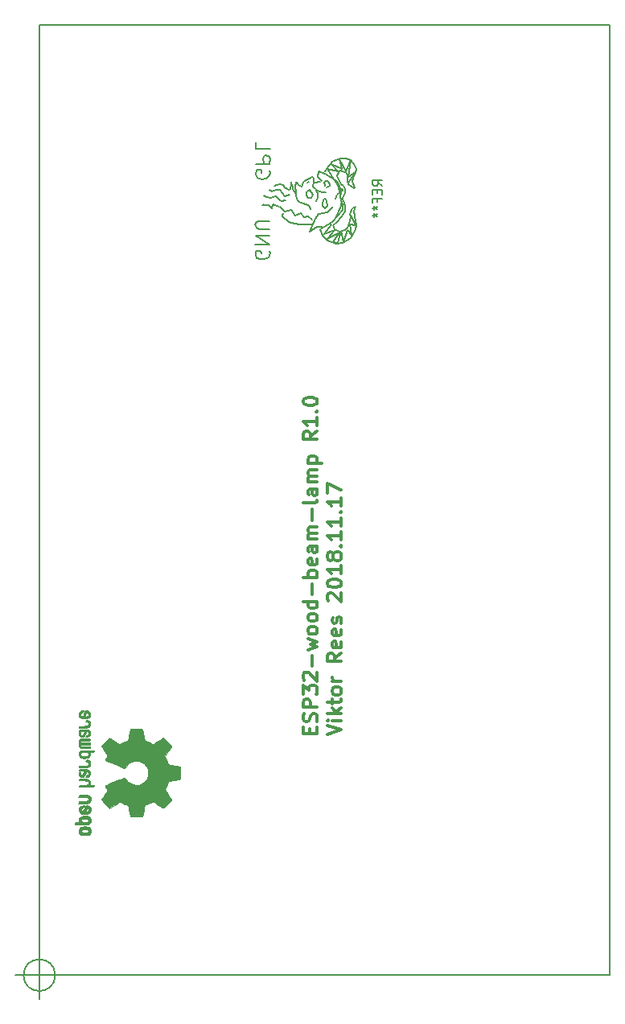
<source format=gbr>
%TF.GenerationSoftware,KiCad,Pcbnew,(5.0.1)-3*%
%TF.CreationDate,2018-11-18T09:49:25+01:00*%
%TF.ProjectId,ESP32-wood-beam-lamp,45535033322D776F6F642D6265616D2D,rev?*%
%TF.SameCoordinates,Original*%
%TF.FileFunction,Legend,Bot*%
%TF.FilePolarity,Positive*%
%FSLAX46Y46*%
G04 Gerber Fmt 4.6, Leading zero omitted, Abs format (unit mm)*
G04 Created by KiCad (PCBNEW (5.0.1)-3) date 18.11.2018 09:49:25*
%MOMM*%
%LPD*%
G01*
G04 APERTURE LIST*
%ADD10C,0.300000*%
%ADD11C,0.150000*%
%ADD12C,0.010000*%
G04 APERTURE END LIST*
D10*
X70298571Y-104690000D02*
X71798571Y-104190000D01*
X70298571Y-103690000D01*
X71798571Y-103190000D02*
X70798571Y-103190000D01*
X70298571Y-103190000D02*
X70370000Y-103261428D01*
X70441428Y-103190000D01*
X70370000Y-103118571D01*
X70298571Y-103190000D01*
X70441428Y-103190000D01*
X71798571Y-102475714D02*
X70298571Y-102475714D01*
X71227142Y-102332857D02*
X71798571Y-101904285D01*
X70798571Y-101904285D02*
X71370000Y-102475714D01*
X70798571Y-101475714D02*
X70798571Y-100904285D01*
X70298571Y-101261428D02*
X71584285Y-101261428D01*
X71727142Y-101190000D01*
X71798571Y-101047142D01*
X71798571Y-100904285D01*
X71798571Y-100190000D02*
X71727142Y-100332857D01*
X71655714Y-100404285D01*
X71512857Y-100475714D01*
X71084285Y-100475714D01*
X70941428Y-100404285D01*
X70870000Y-100332857D01*
X70798571Y-100190000D01*
X70798571Y-99975714D01*
X70870000Y-99832857D01*
X70941428Y-99761428D01*
X71084285Y-99690000D01*
X71512857Y-99690000D01*
X71655714Y-99761428D01*
X71727142Y-99832857D01*
X71798571Y-99975714D01*
X71798571Y-100190000D01*
X71798571Y-99047142D02*
X70798571Y-99047142D01*
X71084285Y-99047142D02*
X70941428Y-98975714D01*
X70870000Y-98904285D01*
X70798571Y-98761428D01*
X70798571Y-98618571D01*
X71798571Y-96118571D02*
X71084285Y-96618571D01*
X71798571Y-96975714D02*
X70298571Y-96975714D01*
X70298571Y-96404285D01*
X70370000Y-96261428D01*
X70441428Y-96190000D01*
X70584285Y-96118571D01*
X70798571Y-96118571D01*
X70941428Y-96190000D01*
X71012857Y-96261428D01*
X71084285Y-96404285D01*
X71084285Y-96975714D01*
X71727142Y-94904285D02*
X71798571Y-95047142D01*
X71798571Y-95332857D01*
X71727142Y-95475714D01*
X71584285Y-95547142D01*
X71012857Y-95547142D01*
X70870000Y-95475714D01*
X70798571Y-95332857D01*
X70798571Y-95047142D01*
X70870000Y-94904285D01*
X71012857Y-94832857D01*
X71155714Y-94832857D01*
X71298571Y-95547142D01*
X71727142Y-93618571D02*
X71798571Y-93761428D01*
X71798571Y-94047142D01*
X71727142Y-94190000D01*
X71584285Y-94261428D01*
X71012857Y-94261428D01*
X70870000Y-94190000D01*
X70798571Y-94047142D01*
X70798571Y-93761428D01*
X70870000Y-93618571D01*
X71012857Y-93547142D01*
X71155714Y-93547142D01*
X71298571Y-94261428D01*
X71727142Y-92975714D02*
X71798571Y-92832857D01*
X71798571Y-92547142D01*
X71727142Y-92404285D01*
X71584285Y-92332857D01*
X71512857Y-92332857D01*
X71370000Y-92404285D01*
X71298571Y-92547142D01*
X71298571Y-92761428D01*
X71227142Y-92904285D01*
X71084285Y-92975714D01*
X71012857Y-92975714D01*
X70870000Y-92904285D01*
X70798571Y-92761428D01*
X70798571Y-92547142D01*
X70870000Y-92404285D01*
X70441428Y-90618571D02*
X70370000Y-90547142D01*
X70298571Y-90404285D01*
X70298571Y-90047142D01*
X70370000Y-89904285D01*
X70441428Y-89832857D01*
X70584285Y-89761428D01*
X70727142Y-89761428D01*
X70941428Y-89832857D01*
X71798571Y-90690000D01*
X71798571Y-89761428D01*
X70298571Y-88832857D02*
X70298571Y-88690000D01*
X70370000Y-88547142D01*
X70441428Y-88475714D01*
X70584285Y-88404285D01*
X70870000Y-88332857D01*
X71227142Y-88332857D01*
X71512857Y-88404285D01*
X71655714Y-88475714D01*
X71727142Y-88547142D01*
X71798571Y-88690000D01*
X71798571Y-88832857D01*
X71727142Y-88975714D01*
X71655714Y-89047142D01*
X71512857Y-89118571D01*
X71227142Y-89190000D01*
X70870000Y-89190000D01*
X70584285Y-89118571D01*
X70441428Y-89047142D01*
X70370000Y-88975714D01*
X70298571Y-88832857D01*
X71798571Y-86904285D02*
X71798571Y-87761428D01*
X71798571Y-87332857D02*
X70298571Y-87332857D01*
X70512857Y-87475714D01*
X70655714Y-87618571D01*
X70727142Y-87761428D01*
X70941428Y-86047142D02*
X70870000Y-86190000D01*
X70798571Y-86261428D01*
X70655714Y-86332857D01*
X70584285Y-86332857D01*
X70441428Y-86261428D01*
X70370000Y-86190000D01*
X70298571Y-86047142D01*
X70298571Y-85761428D01*
X70370000Y-85618571D01*
X70441428Y-85547142D01*
X70584285Y-85475714D01*
X70655714Y-85475714D01*
X70798571Y-85547142D01*
X70870000Y-85618571D01*
X70941428Y-85761428D01*
X70941428Y-86047142D01*
X71012857Y-86190000D01*
X71084285Y-86261428D01*
X71227142Y-86332857D01*
X71512857Y-86332857D01*
X71655714Y-86261428D01*
X71727142Y-86190000D01*
X71798571Y-86047142D01*
X71798571Y-85761428D01*
X71727142Y-85618571D01*
X71655714Y-85547142D01*
X71512857Y-85475714D01*
X71227142Y-85475714D01*
X71084285Y-85547142D01*
X71012857Y-85618571D01*
X70941428Y-85761428D01*
X71655714Y-84832857D02*
X71727142Y-84761428D01*
X71798571Y-84832857D01*
X71727142Y-84904285D01*
X71655714Y-84832857D01*
X71798571Y-84832857D01*
X71798571Y-83332857D02*
X71798571Y-84190000D01*
X71798571Y-83761428D02*
X70298571Y-83761428D01*
X70512857Y-83904285D01*
X70655714Y-84047142D01*
X70727142Y-84190000D01*
X71798571Y-81904285D02*
X71798571Y-82761428D01*
X71798571Y-82332857D02*
X70298571Y-82332857D01*
X70512857Y-82475714D01*
X70655714Y-82618571D01*
X70727142Y-82761428D01*
X71655714Y-81261428D02*
X71727142Y-81190000D01*
X71798571Y-81261428D01*
X71727142Y-81332857D01*
X71655714Y-81261428D01*
X71798571Y-81261428D01*
X71798571Y-79761428D02*
X71798571Y-80618571D01*
X71798571Y-80190000D02*
X70298571Y-80190000D01*
X70512857Y-80332857D01*
X70655714Y-80475714D01*
X70727142Y-80618571D01*
X70298571Y-79261428D02*
X70298571Y-78261428D01*
X71798571Y-78904285D01*
X68472857Y-104610000D02*
X68472857Y-104110000D01*
X69258571Y-103895714D02*
X69258571Y-104610000D01*
X67758571Y-104610000D01*
X67758571Y-103895714D01*
X69187142Y-103324285D02*
X69258571Y-103110000D01*
X69258571Y-102752857D01*
X69187142Y-102610000D01*
X69115714Y-102538571D01*
X68972857Y-102467142D01*
X68830000Y-102467142D01*
X68687142Y-102538571D01*
X68615714Y-102610000D01*
X68544285Y-102752857D01*
X68472857Y-103038571D01*
X68401428Y-103181428D01*
X68330000Y-103252857D01*
X68187142Y-103324285D01*
X68044285Y-103324285D01*
X67901428Y-103252857D01*
X67830000Y-103181428D01*
X67758571Y-103038571D01*
X67758571Y-102681428D01*
X67830000Y-102467142D01*
X69258571Y-101824285D02*
X67758571Y-101824285D01*
X67758571Y-101252857D01*
X67830000Y-101110000D01*
X67901428Y-101038571D01*
X68044285Y-100967142D01*
X68258571Y-100967142D01*
X68401428Y-101038571D01*
X68472857Y-101110000D01*
X68544285Y-101252857D01*
X68544285Y-101824285D01*
X67758571Y-100467142D02*
X67758571Y-99538571D01*
X68330000Y-100038571D01*
X68330000Y-99824285D01*
X68401428Y-99681428D01*
X68472857Y-99610000D01*
X68615714Y-99538571D01*
X68972857Y-99538571D01*
X69115714Y-99610000D01*
X69187142Y-99681428D01*
X69258571Y-99824285D01*
X69258571Y-100252857D01*
X69187142Y-100395714D01*
X69115714Y-100467142D01*
X67901428Y-98967142D02*
X67830000Y-98895714D01*
X67758571Y-98752857D01*
X67758571Y-98395714D01*
X67830000Y-98252857D01*
X67901428Y-98181428D01*
X68044285Y-98110000D01*
X68187142Y-98110000D01*
X68401428Y-98181428D01*
X69258571Y-99038571D01*
X69258571Y-98110000D01*
X68687142Y-97467142D02*
X68687142Y-96324285D01*
X68258571Y-95752857D02*
X69258571Y-95467142D01*
X68544285Y-95181428D01*
X69258571Y-94895714D01*
X68258571Y-94610000D01*
X69258571Y-93824285D02*
X69187142Y-93967142D01*
X69115714Y-94038571D01*
X68972857Y-94110000D01*
X68544285Y-94110000D01*
X68401428Y-94038571D01*
X68330000Y-93967142D01*
X68258571Y-93824285D01*
X68258571Y-93610000D01*
X68330000Y-93467142D01*
X68401428Y-93395714D01*
X68544285Y-93324285D01*
X68972857Y-93324285D01*
X69115714Y-93395714D01*
X69187142Y-93467142D01*
X69258571Y-93610000D01*
X69258571Y-93824285D01*
X69258571Y-92467142D02*
X69187142Y-92610000D01*
X69115714Y-92681428D01*
X68972857Y-92752857D01*
X68544285Y-92752857D01*
X68401428Y-92681428D01*
X68330000Y-92610000D01*
X68258571Y-92467142D01*
X68258571Y-92252857D01*
X68330000Y-92110000D01*
X68401428Y-92038571D01*
X68544285Y-91967142D01*
X68972857Y-91967142D01*
X69115714Y-92038571D01*
X69187142Y-92110000D01*
X69258571Y-92252857D01*
X69258571Y-92467142D01*
X69258571Y-90681428D02*
X67758571Y-90681428D01*
X69187142Y-90681428D02*
X69258571Y-90824285D01*
X69258571Y-91110000D01*
X69187142Y-91252857D01*
X69115714Y-91324285D01*
X68972857Y-91395714D01*
X68544285Y-91395714D01*
X68401428Y-91324285D01*
X68330000Y-91252857D01*
X68258571Y-91110000D01*
X68258571Y-90824285D01*
X68330000Y-90681428D01*
X68687142Y-89967142D02*
X68687142Y-88824285D01*
X69258571Y-88110000D02*
X67758571Y-88110000D01*
X68330000Y-88110000D02*
X68258571Y-87967142D01*
X68258571Y-87681428D01*
X68330000Y-87538571D01*
X68401428Y-87467142D01*
X68544285Y-87395714D01*
X68972857Y-87395714D01*
X69115714Y-87467142D01*
X69187142Y-87538571D01*
X69258571Y-87681428D01*
X69258571Y-87967142D01*
X69187142Y-88110000D01*
X69187142Y-86181428D02*
X69258571Y-86324285D01*
X69258571Y-86610000D01*
X69187142Y-86752857D01*
X69044285Y-86824285D01*
X68472857Y-86824285D01*
X68330000Y-86752857D01*
X68258571Y-86610000D01*
X68258571Y-86324285D01*
X68330000Y-86181428D01*
X68472857Y-86110000D01*
X68615714Y-86110000D01*
X68758571Y-86824285D01*
X69258571Y-84824285D02*
X68472857Y-84824285D01*
X68330000Y-84895714D01*
X68258571Y-85038571D01*
X68258571Y-85324285D01*
X68330000Y-85467142D01*
X69187142Y-84824285D02*
X69258571Y-84967142D01*
X69258571Y-85324285D01*
X69187142Y-85467142D01*
X69044285Y-85538571D01*
X68901428Y-85538571D01*
X68758571Y-85467142D01*
X68687142Y-85324285D01*
X68687142Y-84967142D01*
X68615714Y-84824285D01*
X69258571Y-84110000D02*
X68258571Y-84110000D01*
X68401428Y-84110000D02*
X68330000Y-84038571D01*
X68258571Y-83895714D01*
X68258571Y-83681428D01*
X68330000Y-83538571D01*
X68472857Y-83467142D01*
X69258571Y-83467142D01*
X68472857Y-83467142D02*
X68330000Y-83395714D01*
X68258571Y-83252857D01*
X68258571Y-83038571D01*
X68330000Y-82895714D01*
X68472857Y-82824285D01*
X69258571Y-82824285D01*
X68687142Y-82110000D02*
X68687142Y-80967142D01*
X69258571Y-80038571D02*
X69187142Y-80181428D01*
X69044285Y-80252857D01*
X67758571Y-80252857D01*
X69258571Y-78824285D02*
X68472857Y-78824285D01*
X68330000Y-78895714D01*
X68258571Y-79038571D01*
X68258571Y-79324285D01*
X68330000Y-79467142D01*
X69187142Y-78824285D02*
X69258571Y-78967142D01*
X69258571Y-79324285D01*
X69187142Y-79467142D01*
X69044285Y-79538571D01*
X68901428Y-79538571D01*
X68758571Y-79467142D01*
X68687142Y-79324285D01*
X68687142Y-78967142D01*
X68615714Y-78824285D01*
X69258571Y-78110000D02*
X68258571Y-78110000D01*
X68401428Y-78110000D02*
X68330000Y-78038571D01*
X68258571Y-77895714D01*
X68258571Y-77681428D01*
X68330000Y-77538571D01*
X68472857Y-77467142D01*
X69258571Y-77467142D01*
X68472857Y-77467142D02*
X68330000Y-77395714D01*
X68258571Y-77252857D01*
X68258571Y-77038571D01*
X68330000Y-76895714D01*
X68472857Y-76824285D01*
X69258571Y-76824285D01*
X68258571Y-76110000D02*
X69758571Y-76110000D01*
X68330000Y-76110000D02*
X68258571Y-75967142D01*
X68258571Y-75681428D01*
X68330000Y-75538571D01*
X68401428Y-75467142D01*
X68544285Y-75395714D01*
X68972857Y-75395714D01*
X69115714Y-75467142D01*
X69187142Y-75538571D01*
X69258571Y-75681428D01*
X69258571Y-75967142D01*
X69187142Y-76110000D01*
X69258571Y-72752857D02*
X68544285Y-73252857D01*
X69258571Y-73610000D02*
X67758571Y-73610000D01*
X67758571Y-73038571D01*
X67830000Y-72895714D01*
X67901428Y-72824285D01*
X68044285Y-72752857D01*
X68258571Y-72752857D01*
X68401428Y-72824285D01*
X68472857Y-72895714D01*
X68544285Y-73038571D01*
X68544285Y-73610000D01*
X69258571Y-71324285D02*
X69258571Y-72181428D01*
X69258571Y-71752857D02*
X67758571Y-71752857D01*
X67972857Y-71895714D01*
X68115714Y-72038571D01*
X68187142Y-72181428D01*
X69115714Y-70681428D02*
X69187142Y-70610000D01*
X69258571Y-70681428D01*
X69187142Y-70752857D01*
X69115714Y-70681428D01*
X69258571Y-70681428D01*
X67758571Y-69681428D02*
X67758571Y-69538571D01*
X67830000Y-69395714D01*
X67901428Y-69324285D01*
X68044285Y-69252857D01*
X68330000Y-69181428D01*
X68687142Y-69181428D01*
X68972857Y-69252857D01*
X69115714Y-69324285D01*
X69187142Y-69395714D01*
X69258571Y-69538571D01*
X69258571Y-69681428D01*
X69187142Y-69824285D01*
X69115714Y-69895714D01*
X68972857Y-69967142D01*
X68687142Y-70038571D01*
X68330000Y-70038571D01*
X68044285Y-69967142D01*
X67901428Y-69895714D01*
X67830000Y-69824285D01*
X67758571Y-69681428D01*
D11*
X41666666Y-130000000D02*
G75*
G03X41666666Y-130000000I-1666666J0D01*
G01*
X37500000Y-130000000D02*
X42500000Y-130000000D01*
X40000000Y-127500000D02*
X40000000Y-132500000D01*
X40000000Y-130000000D02*
X40000000Y-30000000D01*
X100000000Y-130000000D02*
X40000000Y-130000000D01*
X100000000Y-30000000D02*
X100000000Y-130000000D01*
X40000000Y-30000000D02*
X100000000Y-30000000D01*
X70446900Y-44810680D02*
X70045580Y-45359320D01*
X70845680Y-44361100D02*
X70446900Y-44810680D01*
X71396860Y-44109640D02*
X70845680Y-44361100D01*
X71795640Y-44010580D02*
X71396860Y-44109640D01*
X72245220Y-44010580D02*
X71795640Y-44010580D01*
X72796400Y-44211240D02*
X72245220Y-44010580D01*
X73096120Y-44660820D02*
X72796400Y-44211240D01*
X73345040Y-45110400D02*
X73096120Y-44660820D01*
X73296780Y-45559980D02*
X73345040Y-45110400D01*
X73045320Y-46060360D02*
X73296780Y-45559980D01*
X72946260Y-46509940D02*
X73045320Y-46060360D01*
X73195180Y-47109380D02*
X72946260Y-46509940D01*
X68745100Y-45958760D02*
X67746880Y-46459140D01*
X68894960Y-46111160D02*
X68745100Y-45958760D01*
X68894960Y-46509940D02*
X68894960Y-46111160D01*
X69296280Y-45958760D02*
X69695060Y-46410880D01*
X69395340Y-45359320D02*
X69296280Y-45958760D01*
X70045580Y-45659040D02*
X69395340Y-45359320D01*
X71145400Y-46360080D02*
X70045580Y-45659040D01*
X71396860Y-46560740D02*
X71145400Y-46360080D01*
X71696580Y-47160180D02*
X71396860Y-46560740D01*
X71795640Y-47609760D02*
X71696580Y-47160180D01*
X71645780Y-48059340D02*
X71795640Y-47609760D01*
X71744840Y-48460660D02*
X71645780Y-48059340D01*
X71945500Y-48910240D02*
X71744840Y-48460660D01*
X71897240Y-49458880D02*
X71945500Y-48910240D01*
X71445120Y-50060860D02*
X71897240Y-49458880D01*
X70794880Y-50759360D02*
X71445120Y-50060860D01*
X69596000Y-51511200D02*
X70794880Y-50759360D01*
X69844920Y-52158900D02*
X69596000Y-51511200D01*
X70345300Y-52710080D02*
X69844920Y-52158900D01*
X71247000Y-53009800D02*
X70345300Y-52710080D01*
X71945500Y-52910740D02*
X71247000Y-53009800D01*
X72745600Y-52461160D02*
X71945500Y-52910740D01*
X73146920Y-51859180D02*
X72745600Y-52461160D01*
X73296780Y-51511200D02*
X73146920Y-51859180D01*
X73345040Y-51109880D02*
X73296780Y-51511200D01*
X73195180Y-50159920D02*
X73345040Y-51109880D01*
X73146920Y-49509680D02*
X73195180Y-50159920D01*
X73296780Y-49110900D02*
X73146920Y-49509680D01*
X72946260Y-49309020D02*
X73296780Y-49110900D01*
X72694800Y-49860200D02*
X72946260Y-49309020D01*
X72745600Y-50210720D02*
X72694800Y-49860200D01*
X72595740Y-50860960D02*
X72745600Y-50210720D01*
X72445880Y-51310540D02*
X72595740Y-50860960D01*
X72196960Y-51610260D02*
X72445880Y-51310540D01*
X71546720Y-51709320D02*
X72196960Y-51610260D01*
X71046340Y-51511200D02*
X71546720Y-51709320D01*
X70896480Y-51059080D02*
X71046340Y-51511200D01*
X71295260Y-50711100D02*
X70896480Y-51059080D01*
X71744840Y-50258980D02*
X71295260Y-50711100D01*
X72146160Y-49659540D02*
X71744840Y-50258980D01*
X72196960Y-49159160D02*
X72146160Y-49659540D01*
X72095360Y-48658780D02*
X72196960Y-49159160D01*
X71945500Y-48359060D02*
X72095360Y-48658780D01*
X71897240Y-48160940D02*
X71945500Y-48359060D01*
X72146160Y-47660560D02*
X71897240Y-48160940D01*
X72146160Y-47259240D02*
X72146160Y-47660560D01*
X71996300Y-46959520D02*
X72146160Y-47259240D01*
X71795640Y-46710600D02*
X71996300Y-46959520D01*
X71495920Y-46261020D02*
X71795640Y-46710600D01*
X71346060Y-45910500D02*
X71495920Y-46261020D01*
X71396860Y-45610780D02*
X71346060Y-45910500D01*
X71645780Y-45311060D02*
X71396860Y-45610780D01*
X71945500Y-45359320D02*
X71645780Y-45311060D01*
X72346820Y-45559980D02*
X71945500Y-45359320D01*
X72395080Y-45910500D02*
X72346820Y-45559980D01*
X72395080Y-46360080D02*
X72395080Y-45910500D01*
X72496680Y-46710600D02*
X72395080Y-46360080D01*
X73096120Y-47160180D02*
X72496680Y-46710600D01*
X70345300Y-49710340D02*
X70896480Y-49110900D01*
X69395340Y-49860200D02*
X70345300Y-49710340D01*
X69044820Y-50360580D02*
X69395340Y-49860200D01*
X68496180Y-51760120D02*
X69044820Y-50360580D01*
X69245480Y-51259740D02*
X68496180Y-51760120D01*
X69844920Y-51259740D02*
X69245480Y-51259740D01*
X71295260Y-47861220D02*
X71645780Y-47609760D01*
X71145400Y-48260000D02*
X71295260Y-47861220D01*
X69796660Y-48658780D02*
X69994780Y-48260000D01*
X69796660Y-49060100D02*
X69796660Y-48658780D01*
X70045580Y-49260760D02*
X69796660Y-49060100D01*
X70297040Y-49009300D02*
X70045580Y-49260760D01*
X70195440Y-48559720D02*
X70297040Y-49009300D01*
X70045580Y-48209200D02*
X70195440Y-48559720D01*
X69994780Y-46509940D02*
X70096380Y-46959520D01*
X70246240Y-46410880D02*
X69994780Y-46509940D01*
X70446900Y-46509940D02*
X70246240Y-46410880D01*
X70545960Y-46911260D02*
X70446900Y-46509940D01*
X70195440Y-47061120D02*
X70545960Y-46911260D01*
X68196460Y-47510700D02*
X68445380Y-47360840D01*
X68094860Y-47609760D02*
X68196460Y-47510700D01*
X68094860Y-47909480D02*
X68094860Y-47609760D01*
X68247260Y-48160940D02*
X68094860Y-47909480D01*
X68646040Y-48209200D02*
X68247260Y-48160940D01*
X68795900Y-47810420D02*
X68646040Y-48209200D01*
X68445380Y-47360840D02*
X68795900Y-47810420D01*
X68346320Y-46509940D02*
X68196460Y-46609000D01*
X69296280Y-47409100D02*
X69146420Y-47310040D01*
X69695060Y-47558960D02*
X69296280Y-47409100D01*
X70147180Y-47609760D02*
X69695060Y-47558960D01*
X69197220Y-48359060D02*
X69146420Y-48559720D01*
X69296280Y-48160940D02*
X69197220Y-48359060D01*
X69296280Y-48011080D02*
X69296280Y-48160940D01*
X69296280Y-47708820D02*
X69296280Y-48011080D01*
X69146420Y-47409100D02*
X69296280Y-47708820D01*
X68894960Y-46659800D02*
X68894960Y-46459140D01*
X68795900Y-46860460D02*
X68894960Y-46659800D01*
X68795900Y-47010320D02*
X68795900Y-46860460D01*
X68945760Y-47160180D02*
X68795900Y-47010320D01*
X69095620Y-47259240D02*
X68945760Y-47160180D01*
X69596000Y-46509940D02*
X68945760Y-46560740D01*
X67294760Y-46860460D02*
X67096640Y-46509940D01*
X67645280Y-47010320D02*
X67294760Y-46860460D01*
X67746880Y-46609000D02*
X67645280Y-47010320D01*
X67746880Y-46459140D02*
X67746880Y-46609000D01*
X68496180Y-49110900D02*
X68546980Y-49410620D01*
X68247260Y-48961040D02*
X68496180Y-49110900D01*
X67746880Y-48811180D02*
X68247260Y-48961040D01*
X67396360Y-48610520D02*
X67746880Y-48811180D01*
X67195700Y-48460660D02*
X67396360Y-48610520D01*
X67045840Y-48011080D02*
X67195700Y-48460660D01*
X66995040Y-47510700D02*
X67045840Y-48011080D01*
X66946780Y-47061120D02*
X66995040Y-47510700D01*
X67045840Y-46459140D02*
X66946780Y-47061120D01*
X66695320Y-47259240D02*
X66695320Y-47010320D01*
X66946780Y-47660560D02*
X66695320Y-47259240D01*
X64996060Y-46809660D02*
X64696340Y-46959520D01*
X65295780Y-46710600D02*
X64996060Y-46809660D01*
X65646300Y-46809660D02*
X65295780Y-46710600D01*
X65846960Y-47061120D02*
X65646300Y-46809660D01*
X66045080Y-47259240D02*
X65846960Y-47061120D01*
X66245740Y-47310040D02*
X66045080Y-47259240D01*
X66395600Y-47259240D02*
X66245740Y-47310040D01*
X66497200Y-46710600D02*
X66395600Y-47259240D01*
X66545460Y-46509940D02*
X66497200Y-46710600D01*
X66545460Y-46758860D02*
X66545460Y-46509940D01*
X66647060Y-47010320D02*
X66545460Y-46758860D01*
X64696340Y-46959520D02*
X64696340Y-46911260D01*
X64495680Y-47510700D02*
X64246760Y-47360840D01*
X64897000Y-47360840D02*
X64495680Y-47510700D01*
X65346580Y-47310040D02*
X64897000Y-47360840D01*
X65547240Y-47708820D02*
X65346580Y-47310040D01*
X65846960Y-48011080D02*
X65547240Y-47708820D01*
X66296540Y-47810420D02*
X65846960Y-48011080D01*
X63845440Y-48110140D02*
X63644780Y-47909480D01*
X64396620Y-48160940D02*
X63845440Y-48110140D01*
X64594740Y-48110140D02*
X64396620Y-48160940D01*
X64897000Y-48059340D02*
X64594740Y-48110140D01*
X65095120Y-48209200D02*
X64897000Y-48059340D01*
X65295780Y-48460660D02*
X65095120Y-48209200D01*
X65496440Y-48559720D02*
X65295780Y-48460660D01*
X65895220Y-48409860D02*
X65496440Y-48559720D01*
X63797180Y-48961040D02*
X63644780Y-48910240D01*
X64096900Y-48910240D02*
X63797180Y-48961040D01*
X64444880Y-49260760D02*
X64096900Y-48910240D01*
X64546480Y-48859440D02*
X64444880Y-49260760D01*
X64846200Y-48961040D02*
X64546480Y-48859440D01*
X65244980Y-49159160D02*
X64846200Y-48961040D01*
X63596520Y-48859440D02*
X63494920Y-48910240D01*
X65796160Y-49659540D02*
X65346580Y-49110900D01*
X66497200Y-49458880D02*
X65796160Y-49659540D01*
X66895980Y-50010060D02*
X66497200Y-49458880D01*
X67546220Y-49809400D02*
X66895980Y-50010060D01*
X67845940Y-50258980D02*
X67546220Y-49809400D01*
X68295520Y-50159920D02*
X67845940Y-50258980D01*
X68745100Y-50459640D02*
X68295520Y-50159920D01*
X65595500Y-50010060D02*
X65646300Y-49809400D01*
X68247260Y-51010820D02*
X68745100Y-51010820D01*
X67746880Y-51010820D02*
X68247260Y-51010820D01*
X67345560Y-50960020D02*
X67746880Y-51010820D01*
X66946780Y-50909220D02*
X67345560Y-50960020D01*
X66545460Y-50810160D02*
X66946780Y-50909220D01*
X66245740Y-50759360D02*
X66545460Y-50810160D01*
X65996820Y-50510440D02*
X66245740Y-50759360D01*
X65796160Y-50360580D02*
X65996820Y-50510440D01*
X65595500Y-50109120D02*
X65796160Y-50360580D01*
X71795640Y-49060100D02*
X71795640Y-48709580D01*
X71445120Y-49809400D02*
X71795640Y-49060100D01*
X71145400Y-50309780D02*
X71445120Y-49809400D01*
X71897240Y-47409100D02*
X71846440Y-47160180D01*
X73245980Y-45460920D02*
X72544940Y-46609000D01*
X72544940Y-45958760D02*
X73245980Y-45460920D01*
X72745600Y-44211240D02*
X72544940Y-45958760D01*
X72296020Y-45359320D02*
X72745600Y-44211240D01*
X71594980Y-44109640D02*
X72296020Y-45359320D01*
X71846440Y-45110400D02*
X71594980Y-44109640D01*
X70746620Y-44660820D02*
X71846440Y-45110400D01*
X71445120Y-45410120D02*
X70746620Y-44660820D01*
X70345300Y-45161200D02*
X71445120Y-45410120D01*
X71196200Y-46459140D02*
X70345300Y-45161200D01*
X71396860Y-46860460D02*
X71196200Y-46459140D01*
X71594980Y-47510700D02*
X71396860Y-46860460D01*
X73296780Y-51059080D02*
X72796400Y-49959260D01*
X72646540Y-51010820D02*
X73296780Y-51059080D01*
X72895460Y-52059840D02*
X72646540Y-51010820D01*
X72395080Y-51559460D02*
X72895460Y-52059840D01*
X71996300Y-52809140D02*
X72395080Y-51559460D01*
X71744840Y-51661060D02*
X71996300Y-52809140D01*
X71396860Y-52959000D02*
X71744840Y-51661060D01*
X70944740Y-52859940D02*
X71396860Y-52959000D01*
X71594980Y-51810920D02*
X70944740Y-52859940D01*
X70297040Y-52509420D02*
X71594980Y-51810920D01*
X71097140Y-51559460D02*
X70297040Y-52509420D01*
X69946520Y-52009040D02*
X71097140Y-51559460D01*
X70746620Y-51010820D02*
X69946520Y-52009040D01*
X63296800Y-53759100D02*
X63395860Y-54010560D01*
X62745620Y-53809900D02*
X63296800Y-53759100D01*
X62745620Y-54211220D02*
X62745620Y-53809900D01*
X62895480Y-54510940D02*
X62745620Y-54211220D01*
X63296800Y-54660800D02*
X62895480Y-54510940D01*
X63746380Y-54660800D02*
X63296800Y-54660800D01*
X64145160Y-54460140D02*
X63746380Y-54660800D01*
X64295020Y-54010560D02*
X64145160Y-54460140D01*
X64195960Y-53809900D02*
X64295020Y-54010560D01*
X62745620Y-52209700D02*
X64246760Y-52209700D01*
X64246760Y-53060600D02*
X62745620Y-52209700D01*
X62694820Y-53060600D02*
X64246760Y-53060600D01*
X63146940Y-50609500D02*
X64246760Y-50609500D01*
X62847220Y-50711100D02*
X63146940Y-50609500D01*
X62694820Y-51010820D02*
X62847220Y-50711100D01*
X62847220Y-51358800D02*
X62694820Y-51010820D01*
X63096140Y-51511200D02*
X62847220Y-51358800D01*
X64246760Y-51511200D02*
X63096140Y-51511200D01*
X63395860Y-45260260D02*
X63395860Y-45559980D01*
X62895480Y-45260260D02*
X63395860Y-45260260D01*
X62796420Y-45709840D02*
X62895480Y-45260260D01*
X62946280Y-46060360D02*
X62796420Y-45709840D01*
X63395860Y-46210220D02*
X62946280Y-46060360D01*
X63896240Y-46159420D02*
X63395860Y-46210220D01*
X64246760Y-45859700D02*
X63896240Y-46159420D01*
X64295020Y-45559980D02*
X64246760Y-45859700D01*
X64195960Y-45311060D02*
X64295020Y-45559980D01*
X63545720Y-44010580D02*
X63596520Y-44510960D01*
X63695580Y-43710860D02*
X63545720Y-44010580D01*
X64096900Y-43809920D02*
X63695580Y-43710860D01*
X64295020Y-44058840D02*
X64096900Y-43809920D01*
X64246760Y-44610020D02*
X64295020Y-44058840D01*
X62796420Y-44610020D02*
X64246760Y-44610020D01*
X62745620Y-43060620D02*
X62745620Y-42359580D01*
X64345820Y-43060620D02*
X62745620Y-43060620D01*
D12*
G36*
X54823002Y-108502986D02*
X54822137Y-108344994D01*
X54819795Y-108230653D01*
X54815238Y-108152593D01*
X54807730Y-108103446D01*
X54796534Y-108075841D01*
X54780912Y-108062408D01*
X54760127Y-108055779D01*
X54757437Y-108055135D01*
X54708887Y-108045065D01*
X54613095Y-108026425D01*
X54480257Y-108001155D01*
X54320569Y-107971193D01*
X54144226Y-107938478D01*
X54138033Y-107937336D01*
X53965218Y-107904567D01*
X53812531Y-107873907D01*
X53689129Y-107847336D01*
X53604169Y-107826833D01*
X53566810Y-107814374D01*
X53566148Y-107813780D01*
X53547905Y-107777081D01*
X53517503Y-107701414D01*
X53481507Y-107603122D01*
X53481315Y-107602575D01*
X53434778Y-107478767D01*
X53375496Y-107332804D01*
X53315891Y-107195219D01*
X53312944Y-107188707D01*
X53211235Y-106964610D01*
X53550103Y-106468381D01*
X53653408Y-106316154D01*
X53745763Y-106178259D01*
X53821916Y-106062685D01*
X53876615Y-105977421D01*
X53904607Y-105930456D01*
X53906683Y-105925996D01*
X53897440Y-105891866D01*
X53852844Y-105828119D01*
X53770791Y-105732269D01*
X53649179Y-105601831D01*
X53519795Y-105468672D01*
X53392298Y-105340306D01*
X53275954Y-105225419D01*
X53177948Y-105130927D01*
X53105464Y-105063747D01*
X53065687Y-105030794D01*
X53063639Y-105029568D01*
X53036344Y-105025926D01*
X52991766Y-105039650D01*
X52923888Y-105074131D01*
X52826689Y-105132761D01*
X52694149Y-105218930D01*
X52523524Y-105333800D01*
X52373345Y-105435746D01*
X52238650Y-105526877D01*
X52127260Y-105601927D01*
X52046995Y-105655631D01*
X52005675Y-105682720D01*
X52002870Y-105684426D01*
X51963279Y-105681118D01*
X51886331Y-105656047D01*
X51786568Y-105614202D01*
X51754709Y-105599288D01*
X51612774Y-105534214D01*
X51451727Y-105464788D01*
X51312379Y-105408391D01*
X51208956Y-105367753D01*
X51130358Y-105335474D01*
X51089280Y-105316822D01*
X51086115Y-105314503D01*
X51080872Y-105280197D01*
X51066506Y-105199331D01*
X51045063Y-105082657D01*
X51018587Y-104940925D01*
X50989123Y-104784890D01*
X50958717Y-104625302D01*
X50929412Y-104472915D01*
X50903255Y-104338479D01*
X50882290Y-104232748D01*
X50868561Y-104166474D01*
X50864680Y-104150218D01*
X50855100Y-104133427D01*
X50833464Y-104120751D01*
X50792469Y-104111622D01*
X50724811Y-104105469D01*
X50623188Y-104101720D01*
X50480297Y-104099808D01*
X50288835Y-104099160D01*
X50210355Y-104099126D01*
X49572094Y-104099126D01*
X49541840Y-104252402D01*
X49525436Y-104337678D01*
X49501491Y-104464930D01*
X49472893Y-104618685D01*
X49442533Y-104783466D01*
X49434194Y-104829011D01*
X49404630Y-104981068D01*
X49375558Y-105113532D01*
X49349671Y-105215286D01*
X49329663Y-105275212D01*
X49323699Y-105285195D01*
X49281466Y-105309707D01*
X49199630Y-105344852D01*
X49094317Y-105383827D01*
X49071632Y-105391558D01*
X48930982Y-105442640D01*
X48772286Y-105506046D01*
X48629775Y-105568096D01*
X48629114Y-105568402D01*
X48405560Y-105671733D01*
X47405768Y-104992039D01*
X46968700Y-105428379D01*
X46838619Y-105560351D01*
X46723952Y-105680721D01*
X46630819Y-105782727D01*
X46565342Y-105859609D01*
X46533643Y-105904607D01*
X46531632Y-105911062D01*
X46547471Y-105948960D01*
X46591504Y-106026292D01*
X46658510Y-106134611D01*
X46743266Y-106265468D01*
X46838184Y-106406948D01*
X46935002Y-106550539D01*
X47019249Y-106678565D01*
X47085742Y-106782895D01*
X47129298Y-106855400D01*
X47144736Y-106887842D01*
X47131672Y-106927424D01*
X47097250Y-107002481D01*
X47048620Y-107097532D01*
X47043215Y-107107608D01*
X46979020Y-107235609D01*
X46947537Y-107323382D01*
X46947202Y-107377972D01*
X46976452Y-107406425D01*
X46976862Y-107406590D01*
X47011502Y-107420812D01*
X47093731Y-107454731D01*
X47217186Y-107505716D01*
X47375502Y-107571138D01*
X47562314Y-107648366D01*
X47771258Y-107734771D01*
X47973554Y-107818449D01*
X48196800Y-107910412D01*
X48403608Y-107994850D01*
X48587638Y-108069231D01*
X48742549Y-108131026D01*
X48862004Y-108177703D01*
X48939661Y-108206732D01*
X48968644Y-108215678D01*
X49001890Y-108193244D01*
X49054877Y-108134561D01*
X49113296Y-108056311D01*
X49298048Y-107833466D01*
X49509818Y-107659282D01*
X49744144Y-107535846D01*
X49996566Y-107465246D01*
X50262623Y-107449569D01*
X50385425Y-107460964D01*
X50640207Y-107523050D01*
X50865199Y-107629977D01*
X51058183Y-107775111D01*
X51216939Y-107951822D01*
X51339250Y-108153478D01*
X51422895Y-108373446D01*
X51465656Y-108605094D01*
X51465313Y-108841791D01*
X51419648Y-109076905D01*
X51326441Y-109303804D01*
X51183473Y-109515856D01*
X51102617Y-109604364D01*
X50894993Y-109774111D01*
X50668105Y-109892301D01*
X50428567Y-109959722D01*
X50182993Y-109977160D01*
X49937997Y-109945402D01*
X49700192Y-109865235D01*
X49476193Y-109737445D01*
X49272613Y-109562820D01*
X49113296Y-109367688D01*
X49052398Y-109286409D01*
X48999985Y-109228991D01*
X48968594Y-109208322D01*
X48934361Y-109219144D01*
X48852581Y-109249923D01*
X48729593Y-109298126D01*
X48571737Y-109361222D01*
X48385351Y-109436678D01*
X48176774Y-109521962D01*
X47973504Y-109605781D01*
X47750067Y-109698255D01*
X47543016Y-109783911D01*
X47358714Y-109860118D01*
X47203525Y-109924247D01*
X47083812Y-109973668D01*
X47005939Y-110005752D01*
X46976862Y-110017641D01*
X46947323Y-110045726D01*
X46947409Y-110100051D01*
X46978674Y-110187605D01*
X47042671Y-110315381D01*
X47043215Y-110316392D01*
X47092879Y-110412598D01*
X47129055Y-110490369D01*
X47144592Y-110534223D01*
X47144736Y-110536158D01*
X47128976Y-110569171D01*
X47085150Y-110642054D01*
X47018443Y-110746678D01*
X46934036Y-110874910D01*
X46838184Y-111017052D01*
X46741133Y-111161767D01*
X46656730Y-111292196D01*
X46590199Y-111399890D01*
X46546762Y-111476402D01*
X46531632Y-111512938D01*
X46551518Y-111546582D01*
X46607097Y-111614224D01*
X46692246Y-111709107D01*
X46800847Y-111824470D01*
X46926779Y-111953555D01*
X46968851Y-111995771D01*
X47406069Y-112432261D01*
X47893660Y-112100023D01*
X48043395Y-111999054D01*
X48177780Y-111910438D01*
X48289031Y-111839146D01*
X48369361Y-111790150D01*
X48410986Y-111768422D01*
X48413947Y-111767785D01*
X48453182Y-111779240D01*
X48532105Y-111810051D01*
X48637491Y-111854884D01*
X48708046Y-111886353D01*
X48843124Y-111945192D01*
X48979591Y-112000604D01*
X49094897Y-112043564D01*
X49130023Y-112055234D01*
X49223826Y-112088389D01*
X49296306Y-112120799D01*
X49323699Y-112138601D01*
X49340464Y-112177886D01*
X49364230Y-112263626D01*
X49392303Y-112384697D01*
X49421991Y-112529973D01*
X49434194Y-112594988D01*
X49464532Y-112760087D01*
X49493907Y-112918448D01*
X49519431Y-113054596D01*
X49538215Y-113153057D01*
X49541840Y-113171598D01*
X49572094Y-113324873D01*
X50210355Y-113324873D01*
X50420230Y-113324529D01*
X50579020Y-113323116D01*
X50694027Y-113320064D01*
X50772554Y-113314803D01*
X50821904Y-113306763D01*
X50849381Y-113295373D01*
X50862287Y-113280063D01*
X50864680Y-113273782D01*
X50873167Y-113235896D01*
X50890100Y-113152195D01*
X50913434Y-113033433D01*
X50941125Y-112890361D01*
X50971127Y-112733732D01*
X51001396Y-112574297D01*
X51029885Y-112422809D01*
X51054551Y-112290019D01*
X51073349Y-112186681D01*
X51084233Y-112123545D01*
X51086115Y-112109497D01*
X51111296Y-112096770D01*
X51178378Y-112068600D01*
X51274667Y-112030252D01*
X51312379Y-112015609D01*
X51458079Y-111956548D01*
X51619049Y-111887000D01*
X51754709Y-111824712D01*
X51858439Y-111778879D01*
X51943674Y-111748387D01*
X51995874Y-111738208D01*
X52002870Y-111739831D01*
X52035898Y-111761343D01*
X52109357Y-111810465D01*
X52215423Y-111881923D01*
X52346274Y-111970445D01*
X52494088Y-112070759D01*
X52523266Y-112090594D01*
X52696137Y-112206988D01*
X52827774Y-112292548D01*
X52924239Y-112350684D01*
X52991592Y-112384808D01*
X53035894Y-112398331D01*
X53063206Y-112394664D01*
X53063380Y-112394570D01*
X53099254Y-112365707D01*
X53168609Y-112301867D01*
X53264255Y-112209969D01*
X53379001Y-112096933D01*
X53505659Y-111969679D01*
X53519795Y-111955328D01*
X53675097Y-111794957D01*
X53789130Y-111671195D01*
X53863998Y-111581555D01*
X53901804Y-111523552D01*
X53906683Y-111498004D01*
X53885397Y-111460718D01*
X53836227Y-111383343D01*
X53764425Y-111273867D01*
X53675245Y-111140280D01*
X53573937Y-110990570D01*
X53550103Y-110955618D01*
X53211235Y-110459390D01*
X53312944Y-110235293D01*
X53372217Y-110099011D01*
X53431830Y-109952724D01*
X53479360Y-109826965D01*
X53481315Y-109821425D01*
X53517323Y-109723057D01*
X53547771Y-109647229D01*
X53566095Y-109610282D01*
X53566148Y-109610220D01*
X53599271Y-109598496D01*
X53680733Y-109578568D01*
X53801375Y-109552413D01*
X53952041Y-109522010D01*
X54123572Y-109489337D01*
X54138033Y-109486664D01*
X54314765Y-109453890D01*
X54475190Y-109423802D01*
X54609112Y-109398339D01*
X54706337Y-109379441D01*
X54756668Y-109369047D01*
X54757437Y-109368865D01*
X54778847Y-109362539D01*
X54795012Y-109350239D01*
X54806669Y-109324594D01*
X54814555Y-109278235D01*
X54819407Y-109203792D01*
X54821961Y-109093895D01*
X54822955Y-108941175D01*
X54823126Y-108738262D01*
X54823126Y-108712000D01*
X54823002Y-108502986D01*
X54823002Y-108502986D01*
G37*
X54823002Y-108502986D02*
X54822137Y-108344994D01*
X54819795Y-108230653D01*
X54815238Y-108152593D01*
X54807730Y-108103446D01*
X54796534Y-108075841D01*
X54780912Y-108062408D01*
X54760127Y-108055779D01*
X54757437Y-108055135D01*
X54708887Y-108045065D01*
X54613095Y-108026425D01*
X54480257Y-108001155D01*
X54320569Y-107971193D01*
X54144226Y-107938478D01*
X54138033Y-107937336D01*
X53965218Y-107904567D01*
X53812531Y-107873907D01*
X53689129Y-107847336D01*
X53604169Y-107826833D01*
X53566810Y-107814374D01*
X53566148Y-107813780D01*
X53547905Y-107777081D01*
X53517503Y-107701414D01*
X53481507Y-107603122D01*
X53481315Y-107602575D01*
X53434778Y-107478767D01*
X53375496Y-107332804D01*
X53315891Y-107195219D01*
X53312944Y-107188707D01*
X53211235Y-106964610D01*
X53550103Y-106468381D01*
X53653408Y-106316154D01*
X53745763Y-106178259D01*
X53821916Y-106062685D01*
X53876615Y-105977421D01*
X53904607Y-105930456D01*
X53906683Y-105925996D01*
X53897440Y-105891866D01*
X53852844Y-105828119D01*
X53770791Y-105732269D01*
X53649179Y-105601831D01*
X53519795Y-105468672D01*
X53392298Y-105340306D01*
X53275954Y-105225419D01*
X53177948Y-105130927D01*
X53105464Y-105063747D01*
X53065687Y-105030794D01*
X53063639Y-105029568D01*
X53036344Y-105025926D01*
X52991766Y-105039650D01*
X52923888Y-105074131D01*
X52826689Y-105132761D01*
X52694149Y-105218930D01*
X52523524Y-105333800D01*
X52373345Y-105435746D01*
X52238650Y-105526877D01*
X52127260Y-105601927D01*
X52046995Y-105655631D01*
X52005675Y-105682720D01*
X52002870Y-105684426D01*
X51963279Y-105681118D01*
X51886331Y-105656047D01*
X51786568Y-105614202D01*
X51754709Y-105599288D01*
X51612774Y-105534214D01*
X51451727Y-105464788D01*
X51312379Y-105408391D01*
X51208956Y-105367753D01*
X51130358Y-105335474D01*
X51089280Y-105316822D01*
X51086115Y-105314503D01*
X51080872Y-105280197D01*
X51066506Y-105199331D01*
X51045063Y-105082657D01*
X51018587Y-104940925D01*
X50989123Y-104784890D01*
X50958717Y-104625302D01*
X50929412Y-104472915D01*
X50903255Y-104338479D01*
X50882290Y-104232748D01*
X50868561Y-104166474D01*
X50864680Y-104150218D01*
X50855100Y-104133427D01*
X50833464Y-104120751D01*
X50792469Y-104111622D01*
X50724811Y-104105469D01*
X50623188Y-104101720D01*
X50480297Y-104099808D01*
X50288835Y-104099160D01*
X50210355Y-104099126D01*
X49572094Y-104099126D01*
X49541840Y-104252402D01*
X49525436Y-104337678D01*
X49501491Y-104464930D01*
X49472893Y-104618685D01*
X49442533Y-104783466D01*
X49434194Y-104829011D01*
X49404630Y-104981068D01*
X49375558Y-105113532D01*
X49349671Y-105215286D01*
X49329663Y-105275212D01*
X49323699Y-105285195D01*
X49281466Y-105309707D01*
X49199630Y-105344852D01*
X49094317Y-105383827D01*
X49071632Y-105391558D01*
X48930982Y-105442640D01*
X48772286Y-105506046D01*
X48629775Y-105568096D01*
X48629114Y-105568402D01*
X48405560Y-105671733D01*
X47405768Y-104992039D01*
X46968700Y-105428379D01*
X46838619Y-105560351D01*
X46723952Y-105680721D01*
X46630819Y-105782727D01*
X46565342Y-105859609D01*
X46533643Y-105904607D01*
X46531632Y-105911062D01*
X46547471Y-105948960D01*
X46591504Y-106026292D01*
X46658510Y-106134611D01*
X46743266Y-106265468D01*
X46838184Y-106406948D01*
X46935002Y-106550539D01*
X47019249Y-106678565D01*
X47085742Y-106782895D01*
X47129298Y-106855400D01*
X47144736Y-106887842D01*
X47131672Y-106927424D01*
X47097250Y-107002481D01*
X47048620Y-107097532D01*
X47043215Y-107107608D01*
X46979020Y-107235609D01*
X46947537Y-107323382D01*
X46947202Y-107377972D01*
X46976452Y-107406425D01*
X46976862Y-107406590D01*
X47011502Y-107420812D01*
X47093731Y-107454731D01*
X47217186Y-107505716D01*
X47375502Y-107571138D01*
X47562314Y-107648366D01*
X47771258Y-107734771D01*
X47973554Y-107818449D01*
X48196800Y-107910412D01*
X48403608Y-107994850D01*
X48587638Y-108069231D01*
X48742549Y-108131026D01*
X48862004Y-108177703D01*
X48939661Y-108206732D01*
X48968644Y-108215678D01*
X49001890Y-108193244D01*
X49054877Y-108134561D01*
X49113296Y-108056311D01*
X49298048Y-107833466D01*
X49509818Y-107659282D01*
X49744144Y-107535846D01*
X49996566Y-107465246D01*
X50262623Y-107449569D01*
X50385425Y-107460964D01*
X50640207Y-107523050D01*
X50865199Y-107629977D01*
X51058183Y-107775111D01*
X51216939Y-107951822D01*
X51339250Y-108153478D01*
X51422895Y-108373446D01*
X51465656Y-108605094D01*
X51465313Y-108841791D01*
X51419648Y-109076905D01*
X51326441Y-109303804D01*
X51183473Y-109515856D01*
X51102617Y-109604364D01*
X50894993Y-109774111D01*
X50668105Y-109892301D01*
X50428567Y-109959722D01*
X50182993Y-109977160D01*
X49937997Y-109945402D01*
X49700192Y-109865235D01*
X49476193Y-109737445D01*
X49272613Y-109562820D01*
X49113296Y-109367688D01*
X49052398Y-109286409D01*
X48999985Y-109228991D01*
X48968594Y-109208322D01*
X48934361Y-109219144D01*
X48852581Y-109249923D01*
X48729593Y-109298126D01*
X48571737Y-109361222D01*
X48385351Y-109436678D01*
X48176774Y-109521962D01*
X47973504Y-109605781D01*
X47750067Y-109698255D01*
X47543016Y-109783911D01*
X47358714Y-109860118D01*
X47203525Y-109924247D01*
X47083812Y-109973668D01*
X47005939Y-110005752D01*
X46976862Y-110017641D01*
X46947323Y-110045726D01*
X46947409Y-110100051D01*
X46978674Y-110187605D01*
X47042671Y-110315381D01*
X47043215Y-110316392D01*
X47092879Y-110412598D01*
X47129055Y-110490369D01*
X47144592Y-110534223D01*
X47144736Y-110536158D01*
X47128976Y-110569171D01*
X47085150Y-110642054D01*
X47018443Y-110746678D01*
X46934036Y-110874910D01*
X46838184Y-111017052D01*
X46741133Y-111161767D01*
X46656730Y-111292196D01*
X46590199Y-111399890D01*
X46546762Y-111476402D01*
X46531632Y-111512938D01*
X46551518Y-111546582D01*
X46607097Y-111614224D01*
X46692246Y-111709107D01*
X46800847Y-111824470D01*
X46926779Y-111953555D01*
X46968851Y-111995771D01*
X47406069Y-112432261D01*
X47893660Y-112100023D01*
X48043395Y-111999054D01*
X48177780Y-111910438D01*
X48289031Y-111839146D01*
X48369361Y-111790150D01*
X48410986Y-111768422D01*
X48413947Y-111767785D01*
X48453182Y-111779240D01*
X48532105Y-111810051D01*
X48637491Y-111854884D01*
X48708046Y-111886353D01*
X48843124Y-111945192D01*
X48979591Y-112000604D01*
X49094897Y-112043564D01*
X49130023Y-112055234D01*
X49223826Y-112088389D01*
X49296306Y-112120799D01*
X49323699Y-112138601D01*
X49340464Y-112177886D01*
X49364230Y-112263626D01*
X49392303Y-112384697D01*
X49421991Y-112529973D01*
X49434194Y-112594988D01*
X49464532Y-112760087D01*
X49493907Y-112918448D01*
X49519431Y-113054596D01*
X49538215Y-113153057D01*
X49541840Y-113171598D01*
X49572094Y-113324873D01*
X50210355Y-113324873D01*
X50420230Y-113324529D01*
X50579020Y-113323116D01*
X50694027Y-113320064D01*
X50772554Y-113314803D01*
X50821904Y-113306763D01*
X50849381Y-113295373D01*
X50862287Y-113280063D01*
X50864680Y-113273782D01*
X50873167Y-113235896D01*
X50890100Y-113152195D01*
X50913434Y-113033433D01*
X50941125Y-112890361D01*
X50971127Y-112733732D01*
X51001396Y-112574297D01*
X51029885Y-112422809D01*
X51054551Y-112290019D01*
X51073349Y-112186681D01*
X51084233Y-112123545D01*
X51086115Y-112109497D01*
X51111296Y-112096770D01*
X51178378Y-112068600D01*
X51274667Y-112030252D01*
X51312379Y-112015609D01*
X51458079Y-111956548D01*
X51619049Y-111887000D01*
X51754709Y-111824712D01*
X51858439Y-111778879D01*
X51943674Y-111748387D01*
X51995874Y-111738208D01*
X52002870Y-111739831D01*
X52035898Y-111761343D01*
X52109357Y-111810465D01*
X52215423Y-111881923D01*
X52346274Y-111970445D01*
X52494088Y-112070759D01*
X52523266Y-112090594D01*
X52696137Y-112206988D01*
X52827774Y-112292548D01*
X52924239Y-112350684D01*
X52991592Y-112384808D01*
X53035894Y-112398331D01*
X53063206Y-112394664D01*
X53063380Y-112394570D01*
X53099254Y-112365707D01*
X53168609Y-112301867D01*
X53264255Y-112209969D01*
X53379001Y-112096933D01*
X53505659Y-111969679D01*
X53519795Y-111955328D01*
X53675097Y-111794957D01*
X53789130Y-111671195D01*
X53863998Y-111581555D01*
X53901804Y-111523552D01*
X53906683Y-111498004D01*
X53885397Y-111460718D01*
X53836227Y-111383343D01*
X53764425Y-111273867D01*
X53675245Y-111140280D01*
X53573937Y-110990570D01*
X53550103Y-110955618D01*
X53211235Y-110459390D01*
X53312944Y-110235293D01*
X53372217Y-110099011D01*
X53431830Y-109952724D01*
X53479360Y-109826965D01*
X53481315Y-109821425D01*
X53517323Y-109723057D01*
X53547771Y-109647229D01*
X53566095Y-109610282D01*
X53566148Y-109610220D01*
X53599271Y-109598496D01*
X53680733Y-109578568D01*
X53801375Y-109552413D01*
X53952041Y-109522010D01*
X54123572Y-109489337D01*
X54138033Y-109486664D01*
X54314765Y-109453890D01*
X54475190Y-109423802D01*
X54609112Y-109398339D01*
X54706337Y-109379441D01*
X54756668Y-109369047D01*
X54757437Y-109368865D01*
X54778847Y-109362539D01*
X54795012Y-109350239D01*
X54806669Y-109324594D01*
X54814555Y-109278235D01*
X54819407Y-109203792D01*
X54821961Y-109093895D01*
X54822955Y-108941175D01*
X54823126Y-108738262D01*
X54823126Y-108712000D01*
X54823002Y-108502986D01*
G36*
X45319460Y-102368561D02*
X45243966Y-102253050D01*
X45176383Y-102197336D01*
X45053745Y-102153196D01*
X44956702Y-102149691D01*
X44826944Y-102157632D01*
X44695961Y-102456885D01*
X44629042Y-102602389D01*
X44575210Y-102697463D01*
X44528584Y-102746899D01*
X44483280Y-102755489D01*
X44433418Y-102728028D01*
X44400368Y-102697747D01*
X44347367Y-102609637D01*
X44343653Y-102513804D01*
X44384959Y-102425788D01*
X44467017Y-102361131D01*
X44495992Y-102349567D01*
X44586491Y-102294175D01*
X44625060Y-102230447D01*
X44658054Y-102143034D01*
X44532966Y-102143034D01*
X44447844Y-102150762D01*
X44376062Y-102181034D01*
X44293644Y-102244482D01*
X44282934Y-102253912D01*
X44209609Y-102324487D01*
X44170258Y-102385153D01*
X44152155Y-102461050D01*
X44146226Y-102523970D01*
X44144749Y-102636513D01*
X44163465Y-102716630D01*
X44191253Y-102766610D01*
X44252359Y-102845162D01*
X44318446Y-102899537D01*
X44401559Y-102933948D01*
X44513746Y-102952612D01*
X44667054Y-102959744D01*
X44744864Y-102960313D01*
X44838147Y-102958378D01*
X44838147Y-102782101D01*
X44788104Y-102780056D01*
X44779908Y-102774961D01*
X44791042Y-102741334D01*
X44820507Y-102668970D01*
X44862399Y-102572253D01*
X44871403Y-102552027D01*
X44933558Y-102429797D01*
X44988185Y-102362453D01*
X45039351Y-102347652D01*
X45091124Y-102383053D01*
X45114000Y-102412289D01*
X45159750Y-102517784D01*
X45152192Y-102616524D01*
X45096349Y-102699188D01*
X44997247Y-102756452D01*
X44918586Y-102774812D01*
X44838147Y-102782101D01*
X44838147Y-102958378D01*
X44926649Y-102956541D01*
X45061147Y-102942641D01*
X45159084Y-102915106D01*
X45231189Y-102870428D01*
X45288187Y-102805099D01*
X45306607Y-102776617D01*
X45354578Y-102647237D01*
X45357597Y-102505588D01*
X45319460Y-102368561D01*
X45319460Y-102368561D01*
G37*
X45319460Y-102368561D02*
X45243966Y-102253050D01*
X45176383Y-102197336D01*
X45053745Y-102153196D01*
X44956702Y-102149691D01*
X44826944Y-102157632D01*
X44695961Y-102456885D01*
X44629042Y-102602389D01*
X44575210Y-102697463D01*
X44528584Y-102746899D01*
X44483280Y-102755489D01*
X44433418Y-102728028D01*
X44400368Y-102697747D01*
X44347367Y-102609637D01*
X44343653Y-102513804D01*
X44384959Y-102425788D01*
X44467017Y-102361131D01*
X44495992Y-102349567D01*
X44586491Y-102294175D01*
X44625060Y-102230447D01*
X44658054Y-102143034D01*
X44532966Y-102143034D01*
X44447844Y-102150762D01*
X44376062Y-102181034D01*
X44293644Y-102244482D01*
X44282934Y-102253912D01*
X44209609Y-102324487D01*
X44170258Y-102385153D01*
X44152155Y-102461050D01*
X44146226Y-102523970D01*
X44144749Y-102636513D01*
X44163465Y-102716630D01*
X44191253Y-102766610D01*
X44252359Y-102845162D01*
X44318446Y-102899537D01*
X44401559Y-102933948D01*
X44513746Y-102952612D01*
X44667054Y-102959744D01*
X44744864Y-102960313D01*
X44838147Y-102958378D01*
X44838147Y-102782101D01*
X44788104Y-102780056D01*
X44779908Y-102774961D01*
X44791042Y-102741334D01*
X44820507Y-102668970D01*
X44862399Y-102572253D01*
X44871403Y-102552027D01*
X44933558Y-102429797D01*
X44988185Y-102362453D01*
X45039351Y-102347652D01*
X45091124Y-102383053D01*
X45114000Y-102412289D01*
X45159750Y-102517784D01*
X45152192Y-102616524D01*
X45096349Y-102699188D01*
X44997247Y-102756452D01*
X44918586Y-102774812D01*
X44838147Y-102782101D01*
X44838147Y-102958378D01*
X44926649Y-102956541D01*
X45061147Y-102942641D01*
X45159084Y-102915106D01*
X45231189Y-102870428D01*
X45288187Y-102805099D01*
X45306607Y-102776617D01*
X45354578Y-102647237D01*
X45357597Y-102505588D01*
X45319460Y-102368561D01*
G36*
X45335982Y-103376310D02*
X45320731Y-103341415D01*
X45254765Y-103258123D01*
X45159382Y-103186897D01*
X45057594Y-103142847D01*
X45007413Y-103135678D01*
X44937353Y-103159715D01*
X44900283Y-103212439D01*
X44877836Y-103268969D01*
X44873700Y-103294854D01*
X44903717Y-103307458D01*
X44969039Y-103332346D01*
X44998555Y-103343265D01*
X45100652Y-103404492D01*
X45151577Y-103493139D01*
X45150011Y-103606807D01*
X45148006Y-103615226D01*
X45119233Y-103675912D01*
X45063141Y-103720526D01*
X44972837Y-103750998D01*
X44841429Y-103769256D01*
X44662026Y-103777229D01*
X44566567Y-103777977D01*
X44416087Y-103778348D01*
X44313505Y-103780777D01*
X44248328Y-103787240D01*
X44210062Y-103799712D01*
X44188215Y-103820167D01*
X44172293Y-103850581D01*
X44171491Y-103852339D01*
X44146728Y-103910909D01*
X44137609Y-103939925D01*
X44165178Y-103944384D01*
X44241380Y-103948201D01*
X44356459Y-103951101D01*
X44500659Y-103952809D01*
X44606186Y-103953149D01*
X44810387Y-103951412D01*
X44965303Y-103944618D01*
X45079976Y-103930393D01*
X45163449Y-103906362D01*
X45224764Y-103870152D01*
X45272966Y-103819388D01*
X45306607Y-103769261D01*
X45351381Y-103648725D01*
X45361479Y-103508443D01*
X45335982Y-103376310D01*
X45335982Y-103376310D01*
G37*
X45335982Y-103376310D02*
X45320731Y-103341415D01*
X45254765Y-103258123D01*
X45159382Y-103186897D01*
X45057594Y-103142847D01*
X45007413Y-103135678D01*
X44937353Y-103159715D01*
X44900283Y-103212439D01*
X44877836Y-103268969D01*
X44873700Y-103294854D01*
X44903717Y-103307458D01*
X44969039Y-103332346D01*
X44998555Y-103343265D01*
X45100652Y-103404492D01*
X45151577Y-103493139D01*
X45150011Y-103606807D01*
X45148006Y-103615226D01*
X45119233Y-103675912D01*
X45063141Y-103720526D01*
X44972837Y-103750998D01*
X44841429Y-103769256D01*
X44662026Y-103777229D01*
X44566567Y-103777977D01*
X44416087Y-103778348D01*
X44313505Y-103780777D01*
X44248328Y-103787240D01*
X44210062Y-103799712D01*
X44188215Y-103820167D01*
X44172293Y-103850581D01*
X44171491Y-103852339D01*
X44146728Y-103910909D01*
X44137609Y-103939925D01*
X44165178Y-103944384D01*
X44241380Y-103948201D01*
X44356459Y-103951101D01*
X44500659Y-103952809D01*
X44606186Y-103953149D01*
X44810387Y-103951412D01*
X44965303Y-103944618D01*
X45079976Y-103930393D01*
X45163449Y-103906362D01*
X45224764Y-103870152D01*
X45272966Y-103819388D01*
X45306607Y-103769261D01*
X45351381Y-103648725D01*
X45361479Y-103508443D01*
X45335982Y-103376310D01*
G36*
X45340844Y-104397594D02*
X45302607Y-104313531D01*
X45256274Y-104247550D01*
X45204468Y-104199206D01*
X45137637Y-104165828D01*
X45046231Y-104144747D01*
X44920699Y-104133293D01*
X44751492Y-104128797D01*
X44640067Y-104128322D01*
X44205373Y-104128322D01*
X44171491Y-104202684D01*
X44146728Y-104261254D01*
X44137609Y-104290270D01*
X44164743Y-104295821D01*
X44237906Y-104300225D01*
X44344737Y-104302922D01*
X44429563Y-104303494D01*
X44552113Y-104305954D01*
X44649332Y-104312588D01*
X44708866Y-104322274D01*
X44721517Y-104329968D01*
X44708598Y-104381689D01*
X44675461Y-104462883D01*
X44630539Y-104556898D01*
X44582265Y-104647083D01*
X44539072Y-104716785D01*
X44509392Y-104749352D01*
X44509071Y-104749481D01*
X44454143Y-104746680D01*
X44401708Y-104721561D01*
X44359119Y-104677459D01*
X44344874Y-104613091D01*
X44346534Y-104558079D01*
X44347755Y-104480165D01*
X44329502Y-104439268D01*
X44281274Y-104414705D01*
X44272180Y-104411608D01*
X44203402Y-104400960D01*
X44161640Y-104429435D01*
X44141737Y-104503656D01*
X44138056Y-104583832D01*
X44165342Y-104728110D01*
X44204310Y-104802797D01*
X44295852Y-104895037D01*
X44408218Y-104943957D01*
X44526949Y-104948346D01*
X44637589Y-104906999D01*
X44706920Y-104844803D01*
X44745735Y-104782706D01*
X44794875Y-104685105D01*
X44844708Y-104571368D01*
X44852323Y-104552410D01*
X44907455Y-104427479D01*
X44956046Y-104355461D01*
X45004353Y-104332300D01*
X45058630Y-104353936D01*
X45101057Y-104391080D01*
X45153298Y-104478873D01*
X45157216Y-104575470D01*
X45116959Y-104664056D01*
X45036674Y-104727814D01*
X45015960Y-104736183D01*
X44939775Y-104784904D01*
X44883215Y-104856035D01*
X44836799Y-104945793D01*
X44968416Y-104945793D01*
X45048832Y-104940510D01*
X45112214Y-104917858D01*
X45179837Y-104867633D01*
X45231924Y-104819418D01*
X45305678Y-104744446D01*
X45345298Y-104686194D01*
X45361190Y-104623628D01*
X45363816Y-104552807D01*
X45340844Y-104397594D01*
X45340844Y-104397594D01*
G37*
X45340844Y-104397594D02*
X45302607Y-104313531D01*
X45256274Y-104247550D01*
X45204468Y-104199206D01*
X45137637Y-104165828D01*
X45046231Y-104144747D01*
X44920699Y-104133293D01*
X44751492Y-104128797D01*
X44640067Y-104128322D01*
X44205373Y-104128322D01*
X44171491Y-104202684D01*
X44146728Y-104261254D01*
X44137609Y-104290270D01*
X44164743Y-104295821D01*
X44237906Y-104300225D01*
X44344737Y-104302922D01*
X44429563Y-104303494D01*
X44552113Y-104305954D01*
X44649332Y-104312588D01*
X44708866Y-104322274D01*
X44721517Y-104329968D01*
X44708598Y-104381689D01*
X44675461Y-104462883D01*
X44630539Y-104556898D01*
X44582265Y-104647083D01*
X44539072Y-104716785D01*
X44509392Y-104749352D01*
X44509071Y-104749481D01*
X44454143Y-104746680D01*
X44401708Y-104721561D01*
X44359119Y-104677459D01*
X44344874Y-104613091D01*
X44346534Y-104558079D01*
X44347755Y-104480165D01*
X44329502Y-104439268D01*
X44281274Y-104414705D01*
X44272180Y-104411608D01*
X44203402Y-104400960D01*
X44161640Y-104429435D01*
X44141737Y-104503656D01*
X44138056Y-104583832D01*
X44165342Y-104728110D01*
X44204310Y-104802797D01*
X44295852Y-104895037D01*
X44408218Y-104943957D01*
X44526949Y-104948346D01*
X44637589Y-104906999D01*
X44706920Y-104844803D01*
X44745735Y-104782706D01*
X44794875Y-104685105D01*
X44844708Y-104571368D01*
X44852323Y-104552410D01*
X44907455Y-104427479D01*
X44956046Y-104355461D01*
X45004353Y-104332300D01*
X45058630Y-104353936D01*
X45101057Y-104391080D01*
X45153298Y-104478873D01*
X45157216Y-104575470D01*
X45116959Y-104664056D01*
X45036674Y-104727814D01*
X45015960Y-104736183D01*
X44939775Y-104784904D01*
X44883215Y-104856035D01*
X44836799Y-104945793D01*
X44968416Y-104945793D01*
X45048832Y-104940510D01*
X45112214Y-104917858D01*
X45179837Y-104867633D01*
X45231924Y-104819418D01*
X45305678Y-104744446D01*
X45345298Y-104686194D01*
X45361190Y-104623628D01*
X45363816Y-104552807D01*
X45340844Y-104397594D01*
G36*
X45336160Y-105131876D02*
X45259347Y-105127421D01*
X45142609Y-105123929D01*
X44995179Y-105121685D01*
X44840545Y-105120965D01*
X44317273Y-105120965D01*
X44224883Y-105213355D01*
X44167953Y-105277022D01*
X44144893Y-105332911D01*
X44146353Y-105409298D01*
X44150066Y-105439620D01*
X44160874Y-105534390D01*
X44167067Y-105612778D01*
X44167639Y-105631885D01*
X44163898Y-105696301D01*
X44154506Y-105788429D01*
X44150066Y-105824150D01*
X44143199Y-105911886D01*
X44158115Y-105970847D01*
X44204165Y-106029310D01*
X44224883Y-106050415D01*
X44317273Y-106142805D01*
X45296053Y-106142805D01*
X45329934Y-106068442D01*
X45355030Y-106004410D01*
X45363816Y-105966948D01*
X45336050Y-105957343D01*
X45258470Y-105948365D01*
X45139652Y-105940614D01*
X44988172Y-105934686D01*
X44860195Y-105931827D01*
X44356575Y-105923839D01*
X44346722Y-105854152D01*
X44353611Y-105790771D01*
X44375917Y-105759714D01*
X44417621Y-105751033D01*
X44506456Y-105743622D01*
X44631166Y-105738069D01*
X44780493Y-105734964D01*
X44857339Y-105734516D01*
X45299713Y-105734069D01*
X45331765Y-105642126D01*
X45353557Y-105577051D01*
X45363719Y-105541653D01*
X45363816Y-105540632D01*
X45336191Y-105537080D01*
X45259589Y-105533177D01*
X45143421Y-105529249D01*
X44997096Y-105525624D01*
X44860195Y-105523092D01*
X44356575Y-105515103D01*
X44356575Y-105339931D01*
X44816035Y-105331893D01*
X45275495Y-105323854D01*
X45319656Y-105238457D01*
X45349981Y-105175407D01*
X45363742Y-105138090D01*
X45363816Y-105137013D01*
X45336160Y-105131876D01*
X45336160Y-105131876D01*
G37*
X45336160Y-105131876D02*
X45259347Y-105127421D01*
X45142609Y-105123929D01*
X44995179Y-105121685D01*
X44840545Y-105120965D01*
X44317273Y-105120965D01*
X44224883Y-105213355D01*
X44167953Y-105277022D01*
X44144893Y-105332911D01*
X44146353Y-105409298D01*
X44150066Y-105439620D01*
X44160874Y-105534390D01*
X44167067Y-105612778D01*
X44167639Y-105631885D01*
X44163898Y-105696301D01*
X44154506Y-105788429D01*
X44150066Y-105824150D01*
X44143199Y-105911886D01*
X44158115Y-105970847D01*
X44204165Y-106029310D01*
X44224883Y-106050415D01*
X44317273Y-106142805D01*
X45296053Y-106142805D01*
X45329934Y-106068442D01*
X45355030Y-106004410D01*
X45363816Y-105966948D01*
X45336050Y-105957343D01*
X45258470Y-105948365D01*
X45139652Y-105940614D01*
X44988172Y-105934686D01*
X44860195Y-105931827D01*
X44356575Y-105923839D01*
X44346722Y-105854152D01*
X44353611Y-105790771D01*
X44375917Y-105759714D01*
X44417621Y-105751033D01*
X44506456Y-105743622D01*
X44631166Y-105738069D01*
X44780493Y-105734964D01*
X44857339Y-105734516D01*
X45299713Y-105734069D01*
X45331765Y-105642126D01*
X45353557Y-105577051D01*
X45363719Y-105541653D01*
X45363816Y-105540632D01*
X45336191Y-105537080D01*
X45259589Y-105533177D01*
X45143421Y-105529249D01*
X44997096Y-105525624D01*
X44860195Y-105523092D01*
X44356575Y-105515103D01*
X44356575Y-105339931D01*
X44816035Y-105331893D01*
X45275495Y-105323854D01*
X45319656Y-105238457D01*
X45349981Y-105175407D01*
X45363742Y-105138090D01*
X45363816Y-105137013D01*
X45336160Y-105131876D01*
G36*
X45121545Y-106318086D02*
X44903339Y-106318457D01*
X44735481Y-106319892D01*
X44609930Y-106322998D01*
X44518645Y-106328378D01*
X44453585Y-106336638D01*
X44406709Y-106348384D01*
X44369976Y-106364219D01*
X44349009Y-106376210D01*
X44235306Y-106475510D01*
X44164035Y-106601412D01*
X44138462Y-106740709D01*
X44161850Y-106880195D01*
X44203881Y-106963257D01*
X44276589Y-107050455D01*
X44365388Y-107109883D01*
X44481680Y-107145739D01*
X44636865Y-107162219D01*
X44750713Y-107164553D01*
X44758894Y-107164239D01*
X44758894Y-106960276D01*
X44628343Y-106959030D01*
X44541920Y-106953322D01*
X44485382Y-106940196D01*
X44444486Y-106916694D01*
X44413638Y-106888614D01*
X44354095Y-106794312D01*
X44349008Y-106693060D01*
X44398721Y-106597364D01*
X44405457Y-106589916D01*
X44440498Y-106558126D01*
X44482189Y-106538192D01*
X44544238Y-106527400D01*
X44640356Y-106523035D01*
X44746621Y-106522345D01*
X44880120Y-106523841D01*
X44969178Y-106530036D01*
X45027707Y-106543486D01*
X45069618Y-106566749D01*
X45091877Y-106585825D01*
X45148015Y-106674437D01*
X45154765Y-106776492D01*
X45111886Y-106873905D01*
X45095968Y-106892704D01*
X45060618Y-106924707D01*
X45018498Y-106944682D01*
X44955749Y-106955407D01*
X44858513Y-106959661D01*
X44758894Y-106960276D01*
X44758894Y-107164239D01*
X44934053Y-107157496D01*
X45071805Y-107133528D01*
X45175368Y-107088452D01*
X45256144Y-107018072D01*
X45297545Y-106963257D01*
X45342272Y-106863624D01*
X45363033Y-106748145D01*
X45357475Y-106640801D01*
X45335057Y-106580736D01*
X45328677Y-106557165D01*
X45352465Y-106541523D01*
X45416212Y-106530605D01*
X45513313Y-106522345D01*
X45621459Y-106513301D01*
X45686525Y-106500739D01*
X45723732Y-106477881D01*
X45748301Y-106437949D01*
X45759181Y-106412862D01*
X45798928Y-106317977D01*
X45121545Y-106318086D01*
X45121545Y-106318086D01*
G37*
X45121545Y-106318086D02*
X44903339Y-106318457D01*
X44735481Y-106319892D01*
X44609930Y-106322998D01*
X44518645Y-106328378D01*
X44453585Y-106336638D01*
X44406709Y-106348384D01*
X44369976Y-106364219D01*
X44349009Y-106376210D01*
X44235306Y-106475510D01*
X44164035Y-106601412D01*
X44138462Y-106740709D01*
X44161850Y-106880195D01*
X44203881Y-106963257D01*
X44276589Y-107050455D01*
X44365388Y-107109883D01*
X44481680Y-107145739D01*
X44636865Y-107162219D01*
X44750713Y-107164553D01*
X44758894Y-107164239D01*
X44758894Y-106960276D01*
X44628343Y-106959030D01*
X44541920Y-106953322D01*
X44485382Y-106940196D01*
X44444486Y-106916694D01*
X44413638Y-106888614D01*
X44354095Y-106794312D01*
X44349008Y-106693060D01*
X44398721Y-106597364D01*
X44405457Y-106589916D01*
X44440498Y-106558126D01*
X44482189Y-106538192D01*
X44544238Y-106527400D01*
X44640356Y-106523035D01*
X44746621Y-106522345D01*
X44880120Y-106523841D01*
X44969178Y-106530036D01*
X45027707Y-106543486D01*
X45069618Y-106566749D01*
X45091877Y-106585825D01*
X45148015Y-106674437D01*
X45154765Y-106776492D01*
X45111886Y-106873905D01*
X45095968Y-106892704D01*
X45060618Y-106924707D01*
X45018498Y-106944682D01*
X44955749Y-106955407D01*
X44858513Y-106959661D01*
X44758894Y-106960276D01*
X44758894Y-107164239D01*
X44934053Y-107157496D01*
X45071805Y-107133528D01*
X45175368Y-107088452D01*
X45256144Y-107018072D01*
X45297545Y-106963257D01*
X45342272Y-106863624D01*
X45363033Y-106748145D01*
X45357475Y-106640801D01*
X45335057Y-106580736D01*
X45328677Y-106557165D01*
X45352465Y-106541523D01*
X45416212Y-106530605D01*
X45513313Y-106522345D01*
X45621459Y-106513301D01*
X45686525Y-106500739D01*
X45723732Y-106477881D01*
X45748301Y-106437949D01*
X45759181Y-106412862D01*
X45798928Y-106317977D01*
X45121545Y-106318086D01*
G36*
X45354080Y-107646057D02*
X45305141Y-107513435D01*
X45218581Y-107405990D01*
X45157648Y-107363968D01*
X45045839Y-107318157D01*
X44964994Y-107319109D01*
X44910622Y-107367192D01*
X44901376Y-107384983D01*
X44872550Y-107461796D01*
X44879935Y-107501024D01*
X44928342Y-107514311D01*
X44955080Y-107514988D01*
X45053452Y-107539314D01*
X45122266Y-107602719D01*
X45155502Y-107690846D01*
X45147139Y-107789337D01*
X45103704Y-107869398D01*
X45078928Y-107896439D01*
X45048871Y-107915606D01*
X45003435Y-107928554D01*
X44932524Y-107936936D01*
X44826040Y-107942407D01*
X44673888Y-107946622D01*
X44625713Y-107947713D01*
X44460905Y-107951693D01*
X44344912Y-107956219D01*
X44268167Y-107963005D01*
X44221107Y-107973769D01*
X44194165Y-107990227D01*
X44177777Y-108014094D01*
X44170537Y-108029374D01*
X44145780Y-108094267D01*
X44137609Y-108132466D01*
X44164897Y-108145088D01*
X44247397Y-108152792D01*
X44386059Y-108155620D01*
X44581838Y-108153614D01*
X44612035Y-108152989D01*
X44790651Y-108148579D01*
X44921077Y-108143365D01*
X45013508Y-108135945D01*
X45078142Y-108124918D01*
X45125175Y-108108883D01*
X45164804Y-108086439D01*
X45181785Y-108074698D01*
X45256920Y-108007381D01*
X45315362Y-107932090D01*
X45320464Y-107922872D01*
X45360740Y-107787867D01*
X45354080Y-107646057D01*
X45354080Y-107646057D01*
G37*
X45354080Y-107646057D02*
X45305141Y-107513435D01*
X45218581Y-107405990D01*
X45157648Y-107363968D01*
X45045839Y-107318157D01*
X44964994Y-107319109D01*
X44910622Y-107367192D01*
X44901376Y-107384983D01*
X44872550Y-107461796D01*
X44879935Y-107501024D01*
X44928342Y-107514311D01*
X44955080Y-107514988D01*
X45053452Y-107539314D01*
X45122266Y-107602719D01*
X45155502Y-107690846D01*
X45147139Y-107789337D01*
X45103704Y-107869398D01*
X45078928Y-107896439D01*
X45048871Y-107915606D01*
X45003435Y-107928554D01*
X44932524Y-107936936D01*
X44826040Y-107942407D01*
X44673888Y-107946622D01*
X44625713Y-107947713D01*
X44460905Y-107951693D01*
X44344912Y-107956219D01*
X44268167Y-107963005D01*
X44221107Y-107973769D01*
X44194165Y-107990227D01*
X44177777Y-108014094D01*
X44170537Y-108029374D01*
X44145780Y-108094267D01*
X44137609Y-108132466D01*
X44164897Y-108145088D01*
X44247397Y-108152792D01*
X44386059Y-108155620D01*
X44581838Y-108153614D01*
X44612035Y-108152989D01*
X44790651Y-108148579D01*
X44921077Y-108143365D01*
X45013508Y-108135945D01*
X45078142Y-108124918D01*
X45125175Y-108108883D01*
X45164804Y-108086439D01*
X45181785Y-108074698D01*
X45256920Y-108007381D01*
X45315362Y-107932090D01*
X45320464Y-107922872D01*
X45360740Y-107787867D01*
X45354080Y-107646057D01*
G36*
X45351640Y-108632056D02*
X45309158Y-108517657D01*
X45308342Y-108516348D01*
X45256270Y-108445597D01*
X45195416Y-108393364D01*
X45116113Y-108356629D01*
X45008691Y-108332366D01*
X44863483Y-108317555D01*
X44670821Y-108309171D01*
X44643372Y-108308436D01*
X44229479Y-108297880D01*
X44183544Y-108386709D01*
X44152502Y-108450982D01*
X44137794Y-108489790D01*
X44137609Y-108491585D01*
X44164750Y-108498300D01*
X44237959Y-108503635D01*
X44344919Y-108506917D01*
X44431531Y-108507632D01*
X44571838Y-108507649D01*
X44659949Y-108514063D01*
X44701975Y-108536420D01*
X44704025Y-108584268D01*
X44672210Y-108667151D01*
X44613728Y-108792287D01*
X44565155Y-108884303D01*
X44523014Y-108931629D01*
X44477084Y-108945542D01*
X44474811Y-108945563D01*
X44395689Y-108922605D01*
X44352945Y-108854630D01*
X44346754Y-108750602D01*
X44347828Y-108675670D01*
X44326247Y-108636161D01*
X44274409Y-108611522D01*
X44208368Y-108597341D01*
X44170896Y-108617777D01*
X44165533Y-108625472D01*
X44143994Y-108697917D01*
X44140945Y-108799367D01*
X44155222Y-108903843D01*
X44181312Y-108977875D01*
X44268215Y-109080228D01*
X44389184Y-109138409D01*
X44483692Y-109149931D01*
X44568938Y-109141138D01*
X44638524Y-109109320D01*
X44700328Y-109046316D01*
X44762228Y-108943969D01*
X44832103Y-108794118D01*
X44836052Y-108784988D01*
X44898412Y-108650003D01*
X44949554Y-108566706D01*
X44995512Y-108531003D01*
X45042317Y-108538797D01*
X45096002Y-108585993D01*
X45108356Y-108600106D01*
X45156259Y-108694641D01*
X45154242Y-108792594D01*
X45107276Y-108877903D01*
X45020331Y-108934504D01*
X45003266Y-108939763D01*
X44920496Y-108990977D01*
X44880628Y-109055963D01*
X44841118Y-109149931D01*
X44943342Y-109149931D01*
X45091928Y-109121347D01*
X45228216Y-109036505D01*
X45273809Y-108992355D01*
X45332326Y-108891995D01*
X45358816Y-108764365D01*
X45351640Y-108632056D01*
X45351640Y-108632056D01*
G37*
X45351640Y-108632056D02*
X45309158Y-108517657D01*
X45308342Y-108516348D01*
X45256270Y-108445597D01*
X45195416Y-108393364D01*
X45116113Y-108356629D01*
X45008691Y-108332366D01*
X44863483Y-108317555D01*
X44670821Y-108309171D01*
X44643372Y-108308436D01*
X44229479Y-108297880D01*
X44183544Y-108386709D01*
X44152502Y-108450982D01*
X44137794Y-108489790D01*
X44137609Y-108491585D01*
X44164750Y-108498300D01*
X44237959Y-108503635D01*
X44344919Y-108506917D01*
X44431531Y-108507632D01*
X44571838Y-108507649D01*
X44659949Y-108514063D01*
X44701975Y-108536420D01*
X44704025Y-108584268D01*
X44672210Y-108667151D01*
X44613728Y-108792287D01*
X44565155Y-108884303D01*
X44523014Y-108931629D01*
X44477084Y-108945542D01*
X44474811Y-108945563D01*
X44395689Y-108922605D01*
X44352945Y-108854630D01*
X44346754Y-108750602D01*
X44347828Y-108675670D01*
X44326247Y-108636161D01*
X44274409Y-108611522D01*
X44208368Y-108597341D01*
X44170896Y-108617777D01*
X44165533Y-108625472D01*
X44143994Y-108697917D01*
X44140945Y-108799367D01*
X44155222Y-108903843D01*
X44181312Y-108977875D01*
X44268215Y-109080228D01*
X44389184Y-109138409D01*
X44483692Y-109149931D01*
X44568938Y-109141138D01*
X44638524Y-109109320D01*
X44700328Y-109046316D01*
X44762228Y-108943969D01*
X44832103Y-108794118D01*
X44836052Y-108784988D01*
X44898412Y-108650003D01*
X44949554Y-108566706D01*
X44995512Y-108531003D01*
X45042317Y-108538797D01*
X45096002Y-108585993D01*
X45108356Y-108600106D01*
X45156259Y-108694641D01*
X45154242Y-108792594D01*
X45107276Y-108877903D01*
X45020331Y-108934504D01*
X45003266Y-108939763D01*
X44920496Y-108990977D01*
X44880628Y-109055963D01*
X44841118Y-109149931D01*
X44943342Y-109149931D01*
X45091928Y-109121347D01*
X45228216Y-109036505D01*
X45273809Y-108992355D01*
X45332326Y-108891995D01*
X45358816Y-108764365D01*
X45351640Y-108632056D01*
G36*
X45552143Y-109967402D02*
X45432812Y-109958846D01*
X45362494Y-109949019D01*
X45331821Y-109935401D01*
X45331429Y-109915473D01*
X45335090Y-109909011D01*
X45361602Y-109823060D01*
X45360054Y-109711255D01*
X45332801Y-109597586D01*
X45297545Y-109526490D01*
X45241222Y-109453595D01*
X45177481Y-109400307D01*
X45096490Y-109363725D01*
X44988414Y-109340950D01*
X44843420Y-109329081D01*
X44651674Y-109325218D01*
X44614891Y-109325149D01*
X44201712Y-109325103D01*
X44169661Y-109417046D01*
X44147856Y-109482348D01*
X44137703Y-109518176D01*
X44137609Y-109519230D01*
X44165140Y-109522758D01*
X44241077Y-109525761D01*
X44355435Y-109528010D01*
X44498231Y-109529276D01*
X44585049Y-109529471D01*
X44756227Y-109529877D01*
X44878912Y-109531968D01*
X44963000Y-109537053D01*
X45018386Y-109546440D01*
X45054968Y-109561439D01*
X45082641Y-109583358D01*
X45095968Y-109597043D01*
X45149672Y-109691051D01*
X45153693Y-109793636D01*
X45108275Y-109886710D01*
X45091877Y-109903922D01*
X45061043Y-109929168D01*
X45024469Y-109946680D01*
X44971585Y-109957858D01*
X44891823Y-109964104D01*
X44774615Y-109966818D01*
X44613009Y-109967402D01*
X44201712Y-109967402D01*
X44169661Y-110059345D01*
X44147856Y-110124647D01*
X44137703Y-110160475D01*
X44137609Y-110161529D01*
X44165552Y-110164225D01*
X44244370Y-110166655D01*
X44366547Y-110168722D01*
X44524568Y-110170329D01*
X44710917Y-110171377D01*
X44918080Y-110171769D01*
X44927294Y-110171770D01*
X45716980Y-110171770D01*
X45757003Y-110076885D01*
X45797027Y-109982000D01*
X45552143Y-109967402D01*
X45552143Y-109967402D01*
G37*
X45552143Y-109967402D02*
X45432812Y-109958846D01*
X45362494Y-109949019D01*
X45331821Y-109935401D01*
X45331429Y-109915473D01*
X45335090Y-109909011D01*
X45361602Y-109823060D01*
X45360054Y-109711255D01*
X45332801Y-109597586D01*
X45297545Y-109526490D01*
X45241222Y-109453595D01*
X45177481Y-109400307D01*
X45096490Y-109363725D01*
X44988414Y-109340950D01*
X44843420Y-109329081D01*
X44651674Y-109325218D01*
X44614891Y-109325149D01*
X44201712Y-109325103D01*
X44169661Y-109417046D01*
X44147856Y-109482348D01*
X44137703Y-109518176D01*
X44137609Y-109519230D01*
X44165140Y-109522758D01*
X44241077Y-109525761D01*
X44355435Y-109528010D01*
X44498231Y-109529276D01*
X44585049Y-109529471D01*
X44756227Y-109529877D01*
X44878912Y-109531968D01*
X44963000Y-109537053D01*
X45018386Y-109546440D01*
X45054968Y-109561439D01*
X45082641Y-109583358D01*
X45095968Y-109597043D01*
X45149672Y-109691051D01*
X45153693Y-109793636D01*
X45108275Y-109886710D01*
X45091877Y-109903922D01*
X45061043Y-109929168D01*
X45024469Y-109946680D01*
X44971585Y-109957858D01*
X44891823Y-109964104D01*
X44774615Y-109966818D01*
X44613009Y-109967402D01*
X44201712Y-109967402D01*
X44169661Y-110059345D01*
X44147856Y-110124647D01*
X44137703Y-110160475D01*
X44137609Y-110161529D01*
X44165552Y-110164225D01*
X44244370Y-110166655D01*
X44366547Y-110168722D01*
X44524568Y-110170329D01*
X44710917Y-110171377D01*
X44918080Y-110171769D01*
X44927294Y-110171770D01*
X45716980Y-110171770D01*
X45757003Y-110076885D01*
X45797027Y-109982000D01*
X45552143Y-109967402D01*
G36*
X45391324Y-112396448D02*
X45313889Y-112281342D01*
X45202051Y-112192389D01*
X45059735Y-112139251D01*
X44954985Y-112128503D01*
X44911274Y-112129724D01*
X44877806Y-112139944D01*
X44847821Y-112168039D01*
X44814560Y-112222884D01*
X44771262Y-112313355D01*
X44711167Y-112448328D01*
X44710866Y-112449011D01*
X44653963Y-112573249D01*
X44603435Y-112675127D01*
X44564720Y-112744233D01*
X44543260Y-112770154D01*
X44543087Y-112770161D01*
X44496356Y-112747315D01*
X44444846Y-112693891D01*
X44407739Y-112632558D01*
X44400368Y-112601485D01*
X44425862Y-112516711D01*
X44489709Y-112443707D01*
X44559906Y-112408087D01*
X44611657Y-112373820D01*
X44670591Y-112306697D01*
X44721504Y-112227792D01*
X44749191Y-112158179D01*
X44750713Y-112143623D01*
X44725679Y-112127237D01*
X44661689Y-112126250D01*
X44575407Y-112138292D01*
X44483499Y-112160993D01*
X44402631Y-112191986D01*
X44399491Y-112193552D01*
X44269266Y-112286819D01*
X44180689Y-112407696D01*
X44137214Y-112544973D01*
X44142294Y-112687440D01*
X44199384Y-112823888D01*
X44203398Y-112829955D01*
X44300674Y-112937290D01*
X44427591Y-113007868D01*
X44594474Y-113046926D01*
X44641361Y-113052168D01*
X44862671Y-113061452D01*
X44965876Y-113050322D01*
X44965876Y-112770161D01*
X44901497Y-112766521D01*
X44882709Y-112746611D01*
X44896765Y-112696974D01*
X44929991Y-112618733D01*
X44971641Y-112531274D01*
X44972744Y-112529101D01*
X45011735Y-112454970D01*
X45037756Y-112425219D01*
X45065035Y-112432555D01*
X45100879Y-112463447D01*
X45152749Y-112542040D01*
X45156561Y-112626677D01*
X45118811Y-112702597D01*
X45045999Y-112755035D01*
X44965876Y-112770161D01*
X44965876Y-113050322D01*
X45039739Y-113042356D01*
X45180171Y-112993366D01*
X45278553Y-112925164D01*
X45377970Y-112802065D01*
X45427289Y-112666472D01*
X45430432Y-112528045D01*
X45391324Y-112396448D01*
X45391324Y-112396448D01*
G37*
X45391324Y-112396448D02*
X45313889Y-112281342D01*
X45202051Y-112192389D01*
X45059735Y-112139251D01*
X44954985Y-112128503D01*
X44911274Y-112129724D01*
X44877806Y-112139944D01*
X44847821Y-112168039D01*
X44814560Y-112222884D01*
X44771262Y-112313355D01*
X44711167Y-112448328D01*
X44710866Y-112449011D01*
X44653963Y-112573249D01*
X44603435Y-112675127D01*
X44564720Y-112744233D01*
X44543260Y-112770154D01*
X44543087Y-112770161D01*
X44496356Y-112747315D01*
X44444846Y-112693891D01*
X44407739Y-112632558D01*
X44400368Y-112601485D01*
X44425862Y-112516711D01*
X44489709Y-112443707D01*
X44559906Y-112408087D01*
X44611657Y-112373820D01*
X44670591Y-112306697D01*
X44721504Y-112227792D01*
X44749191Y-112158179D01*
X44750713Y-112143623D01*
X44725679Y-112127237D01*
X44661689Y-112126250D01*
X44575407Y-112138292D01*
X44483499Y-112160993D01*
X44402631Y-112191986D01*
X44399491Y-112193552D01*
X44269266Y-112286819D01*
X44180689Y-112407696D01*
X44137214Y-112544973D01*
X44142294Y-112687440D01*
X44199384Y-112823888D01*
X44203398Y-112829955D01*
X44300674Y-112937290D01*
X44427591Y-113007868D01*
X44594474Y-113046926D01*
X44641361Y-113052168D01*
X44862671Y-113061452D01*
X44965876Y-113050322D01*
X44965876Y-112770161D01*
X44901497Y-112766521D01*
X44882709Y-112746611D01*
X44896765Y-112696974D01*
X44929991Y-112618733D01*
X44971641Y-112531274D01*
X44972744Y-112529101D01*
X45011735Y-112454970D01*
X45037756Y-112425219D01*
X45065035Y-112432555D01*
X45100879Y-112463447D01*
X45152749Y-112542040D01*
X45156561Y-112626677D01*
X45118811Y-112702597D01*
X45045999Y-112755035D01*
X44965876Y-112770161D01*
X44965876Y-113050322D01*
X45039739Y-113042356D01*
X45180171Y-112993366D01*
X45278553Y-112925164D01*
X45377970Y-112802065D01*
X45427289Y-112666472D01*
X45430432Y-112528045D01*
X45391324Y-112396448D01*
G36*
X45409985Y-114663779D02*
X45338032Y-114526939D01*
X45222234Y-114425949D01*
X45147787Y-114390075D01*
X45036008Y-114362161D01*
X44894773Y-114347871D01*
X44740629Y-114346516D01*
X44590121Y-114357405D01*
X44459795Y-114379847D01*
X44366197Y-114413150D01*
X44350078Y-114423385D01*
X44229751Y-114544618D01*
X44157683Y-114688613D01*
X44136592Y-114844861D01*
X44169198Y-115002852D01*
X44188747Y-115046820D01*
X44248988Y-115132444D01*
X44328865Y-115207592D01*
X44338996Y-115214694D01*
X44387819Y-115243561D01*
X44440010Y-115262643D01*
X44508715Y-115273916D01*
X44607082Y-115279355D01*
X44748256Y-115280938D01*
X44779908Y-115280965D01*
X44789981Y-115280893D01*
X44789981Y-114989011D01*
X44656744Y-114987313D01*
X44568326Y-114980628D01*
X44511215Y-114966575D01*
X44471898Y-114942771D01*
X44458759Y-114930621D01*
X44408828Y-114860764D01*
X44411105Y-114792941D01*
X44454416Y-114724365D01*
X44500654Y-114683465D01*
X44568143Y-114659242D01*
X44674567Y-114645639D01*
X44686980Y-114644706D01*
X44879853Y-114642384D01*
X45023100Y-114666650D01*
X45115840Y-114717176D01*
X45157193Y-114793632D01*
X45159448Y-114820924D01*
X45148107Y-114892589D01*
X45108816Y-114941610D01*
X45033674Y-114971582D01*
X44914778Y-114986101D01*
X44789981Y-114989011D01*
X44789981Y-115280893D01*
X44930341Y-115279878D01*
X45035451Y-115275312D01*
X45108286Y-115265312D01*
X45161892Y-115247921D01*
X45209319Y-115221184D01*
X45218136Y-115215276D01*
X45336993Y-115115968D01*
X45405992Y-115007758D01*
X45433381Y-114876019D01*
X45434719Y-114831283D01*
X45409985Y-114663779D01*
X45409985Y-114663779D01*
G37*
X45409985Y-114663779D02*
X45338032Y-114526939D01*
X45222234Y-114425949D01*
X45147787Y-114390075D01*
X45036008Y-114362161D01*
X44894773Y-114347871D01*
X44740629Y-114346516D01*
X44590121Y-114357405D01*
X44459795Y-114379847D01*
X44366197Y-114413150D01*
X44350078Y-114423385D01*
X44229751Y-114544618D01*
X44157683Y-114688613D01*
X44136592Y-114844861D01*
X44169198Y-115002852D01*
X44188747Y-115046820D01*
X44248988Y-115132444D01*
X44328865Y-115207592D01*
X44338996Y-115214694D01*
X44387819Y-115243561D01*
X44440010Y-115262643D01*
X44508715Y-115273916D01*
X44607082Y-115279355D01*
X44748256Y-115280938D01*
X44779908Y-115280965D01*
X44789981Y-115280893D01*
X44789981Y-114989011D01*
X44656744Y-114987313D01*
X44568326Y-114980628D01*
X44511215Y-114966575D01*
X44471898Y-114942771D01*
X44458759Y-114930621D01*
X44408828Y-114860764D01*
X44411105Y-114792941D01*
X44454416Y-114724365D01*
X44500654Y-114683465D01*
X44568143Y-114659242D01*
X44674567Y-114645639D01*
X44686980Y-114644706D01*
X44879853Y-114642384D01*
X45023100Y-114666650D01*
X45115840Y-114717176D01*
X45157193Y-114793632D01*
X45159448Y-114820924D01*
X45148107Y-114892589D01*
X45108816Y-114941610D01*
X45033674Y-114971582D01*
X44914778Y-114986101D01*
X44789981Y-114989011D01*
X44789981Y-115280893D01*
X44930341Y-115279878D01*
X45035451Y-115275312D01*
X45108286Y-115265312D01*
X45161892Y-115247921D01*
X45209319Y-115221184D01*
X45218136Y-115215276D01*
X45336993Y-115115968D01*
X45405992Y-115007758D01*
X45433381Y-114876019D01*
X45434719Y-114831283D01*
X45409985Y-114663779D01*
G36*
X45398281Y-111294571D02*
X45344086Y-111200877D01*
X45290293Y-111135736D01*
X45233934Y-111088093D01*
X45165013Y-111055272D01*
X45073532Y-111034594D01*
X44949494Y-111023380D01*
X44782902Y-111018951D01*
X44663149Y-111018437D01*
X44222341Y-111018437D01*
X44166717Y-111142517D01*
X44111093Y-111266598D01*
X44593905Y-111281195D01*
X44774221Y-111287227D01*
X44905099Y-111293555D01*
X44995489Y-111301394D01*
X45054336Y-111311963D01*
X45090587Y-111326477D01*
X45113190Y-111346152D01*
X45118083Y-111352465D01*
X45156294Y-111448112D01*
X45141173Y-111544793D01*
X45101057Y-111602345D01*
X45072630Y-111625755D01*
X45035328Y-111641961D01*
X44978777Y-111652259D01*
X44892606Y-111657951D01*
X44766442Y-111660336D01*
X44634958Y-111660736D01*
X44470001Y-111660814D01*
X44353239Y-111663639D01*
X44274490Y-111673093D01*
X44223569Y-111693060D01*
X44190294Y-111727424D01*
X44164480Y-111780068D01*
X44137656Y-111850383D01*
X44108458Y-111927180D01*
X44626654Y-111918038D01*
X44813461Y-111914357D01*
X44951510Y-111910050D01*
X45050432Y-111903877D01*
X45119855Y-111894598D01*
X45169410Y-111880973D01*
X45208727Y-111861761D01*
X45243416Y-111838598D01*
X45354230Y-111726848D01*
X45418311Y-111590487D01*
X45433661Y-111442175D01*
X45398281Y-111294571D01*
X45398281Y-111294571D01*
G37*
X45398281Y-111294571D02*
X45344086Y-111200877D01*
X45290293Y-111135736D01*
X45233934Y-111088093D01*
X45165013Y-111055272D01*
X45073532Y-111034594D01*
X44949494Y-111023380D01*
X44782902Y-111018951D01*
X44663149Y-111018437D01*
X44222341Y-111018437D01*
X44166717Y-111142517D01*
X44111093Y-111266598D01*
X44593905Y-111281195D01*
X44774221Y-111287227D01*
X44905099Y-111293555D01*
X44995489Y-111301394D01*
X45054336Y-111311963D01*
X45090587Y-111326477D01*
X45113190Y-111346152D01*
X45118083Y-111352465D01*
X45156294Y-111448112D01*
X45141173Y-111544793D01*
X45101057Y-111602345D01*
X45072630Y-111625755D01*
X45035328Y-111641961D01*
X44978777Y-111652259D01*
X44892606Y-111657951D01*
X44766442Y-111660336D01*
X44634958Y-111660736D01*
X44470001Y-111660814D01*
X44353239Y-111663639D01*
X44274490Y-111673093D01*
X44223569Y-111693060D01*
X44190294Y-111727424D01*
X44164480Y-111780068D01*
X44137656Y-111850383D01*
X44108458Y-111927180D01*
X44626654Y-111918038D01*
X44813461Y-111914357D01*
X44951510Y-111910050D01*
X45050432Y-111903877D01*
X45119855Y-111894598D01*
X45169410Y-111880973D01*
X45208727Y-111861761D01*
X45243416Y-111838598D01*
X45354230Y-111726848D01*
X45418311Y-111590487D01*
X45433661Y-111442175D01*
X45398281Y-111294571D01*
G36*
X45414097Y-113540100D02*
X45358478Y-113428550D01*
X45256069Y-113330092D01*
X45218136Y-113302977D01*
X45168500Y-113273438D01*
X45114588Y-113254272D01*
X45042636Y-113243307D01*
X44938878Y-113238371D01*
X44801899Y-113237287D01*
X44614185Y-113242182D01*
X44473242Y-113259196D01*
X44368092Y-113291823D01*
X44287757Y-113343558D01*
X44221259Y-113417896D01*
X44217322Y-113423358D01*
X44177047Y-113496620D01*
X44157120Y-113584840D01*
X44152207Y-113697038D01*
X44152207Y-113879433D01*
X43975143Y-113879509D01*
X43876530Y-113881207D01*
X43818686Y-113891550D01*
X43783994Y-113918578D01*
X43754836Y-113970332D01*
X43748879Y-113982761D01*
X43720961Y-114040923D01*
X43703328Y-114085956D01*
X43701806Y-114119441D01*
X43722219Y-114142962D01*
X43770393Y-114158100D01*
X43852154Y-114166437D01*
X43973328Y-114169556D01*
X44139740Y-114169040D01*
X44357215Y-114166471D01*
X44422264Y-114165668D01*
X44646498Y-114162778D01*
X44793179Y-114160188D01*
X44793179Y-113879586D01*
X44668674Y-113878009D01*
X44587213Y-113871000D01*
X44533485Y-113855142D01*
X44492177Y-113827019D01*
X44472029Y-113807925D01*
X44413079Y-113729865D01*
X44408280Y-113660753D01*
X44456962Y-113589440D01*
X44458759Y-113587632D01*
X44496382Y-113558617D01*
X44547516Y-113540967D01*
X44626262Y-113532064D01*
X44746724Y-113529291D01*
X44773412Y-113529241D01*
X44939417Y-113535942D01*
X45054495Y-113557752D01*
X45124746Y-113597235D01*
X45156271Y-113656956D01*
X45159448Y-113691472D01*
X45144540Y-113773389D01*
X45095452Y-113829579D01*
X45005638Y-113863402D01*
X44868555Y-113878220D01*
X44793179Y-113879586D01*
X44793179Y-114160188D01*
X44820048Y-114159713D01*
X44950618Y-114155753D01*
X45045913Y-114150174D01*
X45113636Y-114142254D01*
X45161493Y-114131269D01*
X45197187Y-114116499D01*
X45228422Y-114097218D01*
X45240176Y-114088951D01*
X45351203Y-113979288D01*
X45414153Y-113840635D01*
X45431703Y-113680246D01*
X45414097Y-113540100D01*
X45414097Y-113540100D01*
G37*
X45414097Y-113540100D02*
X45358478Y-113428550D01*
X45256069Y-113330092D01*
X45218136Y-113302977D01*
X45168500Y-113273438D01*
X45114588Y-113254272D01*
X45042636Y-113243307D01*
X44938878Y-113238371D01*
X44801899Y-113237287D01*
X44614185Y-113242182D01*
X44473242Y-113259196D01*
X44368092Y-113291823D01*
X44287757Y-113343558D01*
X44221259Y-113417896D01*
X44217322Y-113423358D01*
X44177047Y-113496620D01*
X44157120Y-113584840D01*
X44152207Y-113697038D01*
X44152207Y-113879433D01*
X43975143Y-113879509D01*
X43876530Y-113881207D01*
X43818686Y-113891550D01*
X43783994Y-113918578D01*
X43754836Y-113970332D01*
X43748879Y-113982761D01*
X43720961Y-114040923D01*
X43703328Y-114085956D01*
X43701806Y-114119441D01*
X43722219Y-114142962D01*
X43770393Y-114158100D01*
X43852154Y-114166437D01*
X43973328Y-114169556D01*
X44139740Y-114169040D01*
X44357215Y-114166471D01*
X44422264Y-114165668D01*
X44646498Y-114162778D01*
X44793179Y-114160188D01*
X44793179Y-113879586D01*
X44668674Y-113878009D01*
X44587213Y-113871000D01*
X44533485Y-113855142D01*
X44492177Y-113827019D01*
X44472029Y-113807925D01*
X44413079Y-113729865D01*
X44408280Y-113660753D01*
X44456962Y-113589440D01*
X44458759Y-113587632D01*
X44496382Y-113558617D01*
X44547516Y-113540967D01*
X44626262Y-113532064D01*
X44746724Y-113529291D01*
X44773412Y-113529241D01*
X44939417Y-113535942D01*
X45054495Y-113557752D01*
X45124746Y-113597235D01*
X45156271Y-113656956D01*
X45159448Y-113691472D01*
X45144540Y-113773389D01*
X45095452Y-113829579D01*
X45005638Y-113863402D01*
X44868555Y-113878220D01*
X44793179Y-113879586D01*
X44793179Y-114160188D01*
X44820048Y-114159713D01*
X44950618Y-114155753D01*
X45045913Y-114150174D01*
X45113636Y-114142254D01*
X45161493Y-114131269D01*
X45197187Y-114116499D01*
X45228422Y-114097218D01*
X45240176Y-114088951D01*
X45351203Y-113979288D01*
X45414153Y-113840635D01*
X45431703Y-113680246D01*
X45414097Y-113540100D01*
D11*
X76098660Y-46926666D02*
X75622470Y-46593333D01*
X76098660Y-46355238D02*
X75098660Y-46355238D01*
X75098660Y-46736190D01*
X75146280Y-46831428D01*
X75193899Y-46879047D01*
X75289137Y-46926666D01*
X75431994Y-46926666D01*
X75527232Y-46879047D01*
X75574851Y-46831428D01*
X75622470Y-46736190D01*
X75622470Y-46355238D01*
X75574851Y-47355238D02*
X75574851Y-47688571D01*
X76098660Y-47831428D02*
X76098660Y-47355238D01*
X75098660Y-47355238D01*
X75098660Y-47831428D01*
X75574851Y-48593333D02*
X75574851Y-48260000D01*
X76098660Y-48260000D02*
X75098660Y-48260000D01*
X75098660Y-48736190D01*
X75098660Y-49260000D02*
X75336756Y-49260000D01*
X75241518Y-49021904D02*
X75336756Y-49260000D01*
X75241518Y-49498095D01*
X75527232Y-49117142D02*
X75336756Y-49260000D01*
X75527232Y-49402857D01*
X75098660Y-50021904D02*
X75336756Y-50021904D01*
X75241518Y-49783809D02*
X75336756Y-50021904D01*
X75241518Y-50260000D01*
X75527232Y-49879047D02*
X75336756Y-50021904D01*
X75527232Y-50164761D01*
M02*

</source>
